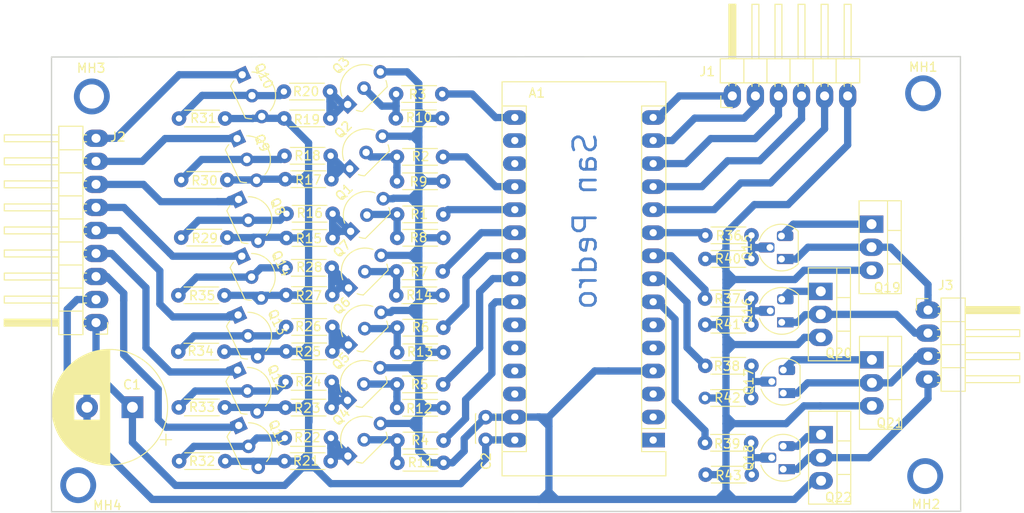
<source format=kicad_pcb>
(kicad_pcb (version 20171130) (host pcbnew "(5.1.4)-1")
  (layers (0 F.Cu signal) (31 B.Cu signal) (34 B.Paste user) (35 F.Paste user) (36 B.SilkS user) (37 F.SilkS user) (38 B.Mask user) (39 F.Mask user) (44 Edge.Cuts user))
  (net 0 "")
  (net 1 VIN)
  (net 2 GND)
  (net 3 dig1)
  (net 4 dig2)
  (net 5 dig3)
  (net 6 dig4)
  (net 7 "Net-(Q1-Pad2)")
  (net 8 "Net-(Q2-Pad2)")
  (net 9 "Net-(Q3-Pad2)")
  (net 10 "Net-(Q4-Pad2)")
  (net 11 "Net-(Q5-Pad2)")
  (net 12 "Net-(Q6-Pad2)")
  (net 13 "Net-(Q7-Pad2)")
  (net 14 "Net-(A1-Pad11)")
  (net 15 "Net-(A1-Pad12)")
  (net 16 "Net-(A1-Pad13)")
  (net 17 "Net-(A1-Pad14)")
  (net 18 "Net-(A1-Pad15)")
  (net 19 "Net-(Q1-Pad1)")
  (net 20 "Net-(Q2-Pad1)")
  (net 21 "Net-(Q3-Pad1)")
  (net 22 "Net-(Q4-Pad1)")
  (net 23 "Net-(Q5-Pad1)")
  (net 24 "Net-(Q6-Pad1)")
  (net 25 "Net-(Q7-Pad1)")
  (net 26 "Net-(Q15-Pad2)")
  (net 27 "Net-(Q15-Pad3)")
  (net 28 "Net-(Q16-Pad2)")
  (net 29 "Net-(Q16-Pad3)")
  (net 30 "Net-(Q17-Pad3)")
  (net 31 "Net-(Q17-Pad2)")
  (net 32 "Net-(Q18-Pad3)")
  (net 33 "Net-(Q18-Pad2)")
  (net 34 "Net-(Q8-Pad2)")
  (net 35 "Net-(Q9-Pad2)")
  (net 36 "Net-(Q10-Pad2)")
  (net 37 "Net-(Q11-Pad2)")
  (net 38 "Net-(Q12-Pad2)")
  (net 39 "Net-(Q13-Pad2)")
  (net 40 "Net-(Q14-Pad2)")
  (net 41 "Net-(J2-Pad5)")
  (net 42 "Net-(J2-Pad6)")
  (net 43 "Net-(J2-Pad7)")
  (net 44 "Net-(J2-Pad8)")
  (net 45 "Net-(J2-Pad9)")
  (net 46 out_b)
  (net 47 out_a)
  (net 48 out_g)
  (net 49 out_f)
  (net 50 out_e)
  (net 51 out_d)
  (net 52 out_c)
  (net 53 "Net-(J2-Pad3)")
  (net 54 "Net-(J2-Pad4)")
  (net 55 "Net-(J3-Pad1)")
  (net 56 "Net-(J3-Pad2)")
  (net 57 "Net-(J3-Pad3)")
  (net 58 "Net-(J3-Pad4)")
  (net 59 "Net-(A1-Pad1)")
  (net 60 "Net-(A1-Pad17)")
  (net 61 "Net-(A1-Pad2)")
  (net 62 "Net-(A1-Pad18)")
  (net 63 "Net-(A1-Pad3)")
  (net 64 "Net-(A1-Pad5)")
  (net 65 "Net-(A1-Pad6)")
  (net 66 "Net-(A1-Pad25)")
  (net 67 "Net-(A1-Pad26)")
  (net 68 "Net-(A1-Pad27)")
  (net 69 "Net-(A1-Pad28)")
  (module Package_TO_SOT_THT:TO-220-3_Vertical (layer F.Cu) (at 193.61 105.49 270)
    (fp_text reference Q21 (at 6.97 -1.98) (layer F.SilkS))
    (fp_text value TIP41C)
    (pad 3 thru_hole oval (at 5.08 0 270) (size 1.905 2.6) (drill 1.1) (layers *.Cu *.Mask) (net 2 GND))
    (pad 2 thru_hole oval (at 2.54 0 270) (size 1.905 2.6) (drill 1.1) (layers *.Cu *.Mask) (net 57 "Net-(J3-Pad3)"))
    (pad 1 thru_hole rect (at 0 0 270) (size 1.905 2.6) (drill 1.1) (layers *.Cu *.Mask) (net 30 "Net-(Q17-Pad3)"))
  )
  (module Module:Arduino_Nano_WithMountingHoles (layer F.Cu) (at 169.52 114.34 180)
    (fp_text reference A1 (at 12.81 38.27 180) (layer F.SilkS))
    (fp_text value Arduino_Nano_v3.x)
    (pad 1 thru_hole rect (at 0 0 180) (size 2.6 1.6) (drill 0.8) (layers *.Cu *.Mask) (net 59 "Net-(A1-Pad1)"))
    (pad 17 thru_hole oval (at 15.24 33.02 180) (size 2.6 1.6) (drill 0.8) (layers *.Cu *.Mask) (net 60 "Net-(A1-Pad17)"))
    (pad 2 thru_hole oval (at 0 2.54 180) (size 2.6 1.6) (drill 0.8) (layers *.Cu *.Mask) (net 61 "Net-(A1-Pad2)"))
    (pad 18 thru_hole oval (at 15.24 30.48 180) (size 2.6 1.6) (drill 0.8) (layers *.Cu *.Mask) (net 62 "Net-(A1-Pad18)"))
    (pad 3 thru_hole oval (at 0 5.08 180) (size 2.6 1.6) (drill 0.8) (layers *.Cu *.Mask) (net 63 "Net-(A1-Pad3)"))
    (pad 19 thru_hole oval (at 15.24 27.94 180) (size 2.6 1.6) (drill 0.8) (layers *.Cu *.Mask) (net 49 out_f))
    (pad 4 thru_hole oval (at 0 7.62 180) (size 2.6 1.6) (drill 0.8) (layers *.Cu *.Mask) (net 2 GND))
    (pad 20 thru_hole oval (at 15.24 25.4 180) (size 2.6 1.6) (drill 0.8) (layers *.Cu *.Mask) (net 50 out_e))
    (pad 5 thru_hole oval (at 0 10.16 180) (size 2.6 1.6) (drill 0.8) (layers *.Cu *.Mask) (net 64 "Net-(A1-Pad5)"))
    (pad 21 thru_hole oval (at 15.24 22.86 180) (size 2.6 1.6) (drill 0.8) (layers *.Cu *.Mask) (net 51 out_d))
    (pad 6 thru_hole oval (at 0 12.7 180) (size 2.6 1.6) (drill 0.8) (layers *.Cu *.Mask) (net 65 "Net-(A1-Pad6)"))
    (pad 22 thru_hole oval (at 15.24 20.32 180) (size 2.6 1.6) (drill 0.8) (layers *.Cu *.Mask) (net 52 out_c))
    (pad 7 thru_hole oval (at 0 15.24 180) (size 2.6 1.6) (drill 0.8) (layers *.Cu *.Mask) (net 6 dig4))
    (pad 23 thru_hole oval (at 15.24 17.78 180) (size 2.6 1.6) (drill 0.8) (layers *.Cu *.Mask) (net 46 out_b))
    (pad 8 thru_hole oval (at 0 17.78 180) (size 2.6 1.6) (drill 0.8) (layers *.Cu *.Mask) (net 5 dig3))
    (pad 24 thru_hole oval (at 15.24 15.24 180) (size 2.6 1.6) (drill 0.8) (layers *.Cu *.Mask) (net 47 out_a))
    (pad 9 thru_hole oval (at 0 20.32 180) (size 2.6 1.6) (drill 0.8) (layers *.Cu *.Mask) (net 4 dig2))
    (pad 25 thru_hole oval (at 15.24 12.7 180) (size 2.6 1.6) (drill 0.8) (layers *.Cu *.Mask) (net 66 "Net-(A1-Pad25)"))
    (pad 10 thru_hole oval (at 0 22.86 180) (size 2.6 1.6) (drill 0.8) (layers *.Cu *.Mask) (net 3 dig1))
    (pad 26 thru_hole oval (at 15.24 10.16 180) (size 2.6 1.6) (drill 0.8) (layers *.Cu *.Mask) (net 67 "Net-(A1-Pad26)"))
    (pad 11 thru_hole oval (at 0 25.4 180) (size 2.4 1.6) (drill 0.8) (layers *.Cu *.Mask) (net 14 "Net-(A1-Pad11)"))
    (pad 27 thru_hole oval (at 15.24 7.62 180) (size 2.6 1.6) (drill 0.8) (layers *.Cu *.Mask) (net 68 "Net-(A1-Pad27)"))
    (pad 12 thru_hole oval (at 0 27.94 180) (size 2.6 1.6) (drill 0.8) (layers *.Cu *.Mask) (net 15 "Net-(A1-Pad12)"))
    (pad 28 thru_hole oval (at 15.24 5.08 180) (size 2.6 1.6) (drill 0.8) (layers *.Cu *.Mask) (net 69 "Net-(A1-Pad28)"))
    (pad 13 thru_hole oval (at 0 30.48 180) (size 2.6 1.6) (drill 0.8) (layers *.Cu *.Mask) (net 16 "Net-(A1-Pad13)"))
    (pad 29 thru_hole oval (at 15.24 2.54 180) (size 2.6 1.6) (drill 0.8) (layers *.Cu *.Mask) (net 2 GND))
    (pad 14 thru_hole oval (at 0 33.02 180) (size 2.6 1.6) (drill 0.8) (layers *.Cu *.Mask) (net 17 "Net-(A1-Pad14)"))
    (pad 30 thru_hole oval (at 15.24 0 180) (size 2.6 1.6) (drill 0.8) (layers *.Cu *.Mask) (net 1 VIN))
    (pad 15 thru_hole oval (at 0 35.56 180) (size 2.6 1.6) (drill 0.8) (layers *.Cu *.Mask) (net 18 "Net-(A1-Pad15)"))
    (pad 16 thru_hole oval (at 15.24 35.56 180) (size 2.6 1.6) (drill 0.8) (layers *.Cu *.Mask) (net 48 out_g))
    (pad "" np_thru_hole circle (at 0 -2.54 180) (size 1.78 1.78) (drill 1.78) (layers *.Cu *.Mask))
    (pad "" np_thru_hole circle (at 15.24 -2.54 180) (size 1.78 1.78) (drill 1.78) (layers *.Cu *.Mask))
    (pad "" np_thru_hole circle (at 15.24 38.1 180) (size 1.78 1.78) (drill 1.78) (layers *.Cu *.Mask))
    (pad "" np_thru_hole circle (at 0 38.1 180) (size 1.78 1.78) (drill 1.78) (layers *.Cu *.Mask))
  )
  (module Resistor_THT:R_Axial_DIN0204_L3.6mm_D1.6mm_P5.08mm_Horizontal (layer F.Cu) (at 141.35 114.39)
    (fp_text reference R4 (at 2.5 -0.02) (layer F.SilkS))
    (fp_text value 47k)
    (pad 2 thru_hole circle (at 5.08 0) (size 1.6 1.6) (drill 0.7) (layers *.Cu *.Mask) (net 47 out_a))
    (pad 1 thru_hole circle (at 0 0) (size 1.6 1.6) (drill 0.7) (layers *.Cu *.Mask) (net 10 "Net-(Q4-Pad2)"))
  )
  (module Resistor_THT:R_Axial_DIN0204_L3.6mm_D1.6mm_P5.08mm_Horizontal (layer F.Cu) (at 141.32 89.46)
    (fp_text reference R1 (at 2.44 -0.01) (layer F.SilkS))
    (fp_text value 47k)
    (pad 1 thru_hole circle (at 0 0) (size 1.6 1.6) (drill 0.7) (layers *.Cu *.Mask) (net 7 "Net-(Q1-Pad2)"))
    (pad 2 thru_hole circle (at 5.08 0) (size 1.6 1.6) (drill 0.7) (layers *.Cu *.Mask) (net 50 out_e))
  )
  (module Resistor_THT:R_Axial_DIN0204_L3.6mm_D1.6mm_P5.08mm_Horizontal (layer F.Cu) (at 141.3 83.12)
    (fp_text reference R2 (at 2.6 -0.05) (layer F.SilkS))
    (fp_text value 47k)
    (pad 2 thru_hole circle (at 5.08 0) (size 1.6 1.6) (drill 0.7) (layers *.Cu *.Mask) (net 49 out_f))
    (pad 1 thru_hole circle (at 0 0) (size 1.6 1.6) (drill 0.7) (layers *.Cu *.Mask) (net 8 "Net-(Q2-Pad2)"))
  )
  (module Resistor_THT:R_Axial_DIN0204_L3.6mm_D1.6mm_P5.08mm_Horizontal (layer F.Cu) (at 141.21 76.19)
    (fp_text reference R3 (at 2.36 0.04) (layer F.SilkS))
    (fp_text value 47k)
    (pad 1 thru_hole circle (at 0 0) (size 1.6 1.6) (drill 0.7) (layers *.Cu *.Mask) (net 9 "Net-(Q3-Pad2)"))
    (pad 2 thru_hole circle (at 5.08 0) (size 1.6 1.6) (drill 0.7) (layers *.Cu *.Mask) (net 48 out_g))
  )
  (module Resistor_THT:R_Axial_DIN0204_L3.6mm_D1.6mm_P5.08mm_Horizontal (layer F.Cu) (at 141.3 108.2)
    (fp_text reference R5 (at 2.51 0.01) (layer F.SilkS))
    (fp_text value 47k)
    (pad 2 thru_hole circle (at 5.08 0) (size 1.6 1.6) (drill 0.7) (layers *.Cu *.Mask) (net 46 out_b))
    (pad 1 thru_hole circle (at 0 0) (size 1.6 1.6) (drill 0.7) (layers *.Cu *.Mask) (net 11 "Net-(Q5-Pad2)"))
  )
  (module Resistor_THT:R_Axial_DIN0204_L3.6mm_D1.6mm_P5.08mm_Horizontal (layer F.Cu) (at 141.33 101.95)
    (fp_text reference R6 (at 2.57 -0.04) (layer F.SilkS))
    (fp_text value 47k)
    (pad 1 thru_hole circle (at 0 0) (size 1.6 1.6) (drill 0.7) (layers *.Cu *.Mask) (net 12 "Net-(Q6-Pad2)"))
    (pad 2 thru_hole circle (at 5.08 0) (size 1.6 1.6) (drill 0.7) (layers *.Cu *.Mask) (net 52 out_c))
  )
  (module Resistor_THT:R_Axial_DIN0204_L3.6mm_D1.6mm_P5.08mm_Horizontal (layer F.Cu) (at 141.26 95.74)
    (fp_text reference R7 (at 2.5 0.05) (layer F.SilkS))
    (fp_text value 47k)
    (pad 1 thru_hole circle (at 0 0) (size 1.6 1.6) (drill 0.7) (layers *.Cu *.Mask) (net 13 "Net-(Q7-Pad2)"))
    (pad 2 thru_hole circle (at 5.08 0) (size 1.6 1.6) (drill 0.7) (layers *.Cu *.Mask) (net 51 out_d))
  )
  (module Resistor_THT:R_Axial_DIN0204_L3.6mm_D1.6mm_P5.08mm_Horizontal (layer F.Cu) (at 146.41 92.04 180)
    (fp_text reference R8 (at 2.73 0.02 180) (layer F.SilkS))
    (fp_text value 82k)
    (pad 2 thru_hole circle (at 5.08 0 180) (size 1.6 1.6) (drill 0.7) (layers *.Cu *.Mask) (net 7 "Net-(Q1-Pad2)"))
    (pad 1 thru_hole circle (at 0 0 180) (size 1.6 1.6) (drill 0.7) (layers *.Cu *.Mask) (net 2 GND))
  )
  (module Resistor_THT:R_Axial_DIN0204_L3.6mm_D1.6mm_P5.08mm_Horizontal (layer F.Cu) (at 146.39 85.81 180)
    (fp_text reference R9 (at 2.71 -0.05 180) (layer F.SilkS))
    (fp_text value 82k)
    (pad 1 thru_hole circle (at 0 0 180) (size 1.6 1.6) (drill 0.7) (layers *.Cu *.Mask) (net 2 GND))
    (pad 2 thru_hole circle (at 5.08 0 180) (size 1.6 1.6) (drill 0.7) (layers *.Cu *.Mask) (net 8 "Net-(Q2-Pad2)"))
  )
  (module Resistor_THT:R_Axial_DIN0204_L3.6mm_D1.6mm_P5.08mm_Horizontal (layer F.Cu) (at 146.26 78.87 180)
    (fp_text reference R10 (at 2.53 0.09 180) (layer F.SilkS))
    (fp_text value 82k)
    (pad 2 thru_hole circle (at 5.08 0 180) (size 1.6 1.6) (drill 0.7) (layers *.Cu *.Mask) (net 9 "Net-(Q3-Pad2)"))
    (pad 1 thru_hole circle (at 0 0 180) (size 1.6 1.6) (drill 0.7) (layers *.Cu *.Mask) (net 2 GND))
  )
  (module Resistor_THT:R_Axial_DIN0204_L3.6mm_D1.6mm_P5.08mm_Horizontal (layer F.Cu) (at 146.43 116.84 180)
    (fp_text reference R11 (at 2.49 0.03 180) (layer F.SilkS))
    (fp_text value 82k)
    (pad 1 thru_hole circle (at 0 0 180) (size 1.6 1.6) (drill 0.7) (layers *.Cu *.Mask) (net 2 GND))
    (pad 2 thru_hole circle (at 5.08 0 180) (size 1.6 1.6) (drill 0.7) (layers *.Cu *.Mask) (net 10 "Net-(Q4-Pad2)"))
  )
  (module Resistor_THT:R_Axial_DIN0204_L3.6mm_D1.6mm_P5.08mm_Horizontal (layer F.Cu) (at 146.4 110.78 180)
    (fp_text reference R12 (at 2.64 -0.09 180) (layer F.SilkS))
    (fp_text value 82k)
    (pad 1 thru_hole circle (at 0 0 180) (size 1.6 1.6) (drill 0.7) (layers *.Cu *.Mask) (net 2 GND))
    (pad 2 thru_hole circle (at 5.08 0 180) (size 1.6 1.6) (drill 0.7) (layers *.Cu *.Mask) (net 11 "Net-(Q5-Pad2)"))
  )
  (module Resistor_THT:R_Axial_DIN0204_L3.6mm_D1.6mm_P5.08mm_Horizontal (layer F.Cu) (at 146.41 104.66 180)
    (fp_text reference R13 (at 2.56 0.04 180) (layer F.SilkS))
    (fp_text value 82k)
    (pad 2 thru_hole circle (at 5.08 0 180) (size 1.6 1.6) (drill 0.7) (layers *.Cu *.Mask) (net 12 "Net-(Q6-Pad2)"))
    (pad 1 thru_hole circle (at 0 0 180) (size 1.6 1.6) (drill 0.7) (layers *.Cu *.Mask) (net 2 GND))
  )
  (module Resistor_THT:R_Axial_DIN0204_L3.6mm_D1.6mm_P5.08mm_Horizontal (layer F.Cu) (at 146.31 98.38 180)
    (fp_text reference R14 (at 2.55 0.02 180) (layer F.SilkS))
    (fp_text value 82k)
    (pad 2 thru_hole circle (at 5.08 0 180) (size 1.6 1.6) (drill 0.7) (layers *.Cu *.Mask) (net 13 "Net-(Q7-Pad2)"))
    (pad 1 thru_hole circle (at 0 0 180) (size 1.6 1.6) (drill 0.7) (layers *.Cu *.Mask) (net 2 GND))
  )
  (module Resistor_THT:R_Axial_DIN0204_L3.6mm_D1.6mm_P5.08mm_Horizontal (layer F.Cu) (at 134.21 92.06 180)
    (fp_text reference R15 (at 2.61 -0.06 180) (layer F.SilkS))
    (fp_text value 82k)
    (pad 2 thru_hole circle (at 5.08 0 180) (size 1.6 1.6) (drill 0.7) (layers *.Cu *.Mask) (net 1 VIN))
    (pad 1 thru_hole circle (at 0 0 180) (size 1.6 1.6) (drill 0.7) (layers *.Cu *.Mask) (net 19 "Net-(Q1-Pad1)"))
  )
  (module Resistor_THT:R_Axial_DIN0204_L3.6mm_D1.6mm_P5.08mm_Horizontal (layer F.Cu) (at 129.14 89.39)
    (fp_text reference R16 (at 2.56 -0.07) (layer F.SilkS))
    (fp_text value 10k)
    (pad 2 thru_hole circle (at 5.08 0) (size 1.6 1.6) (drill 0.7) (layers *.Cu *.Mask) (net 19 "Net-(Q1-Pad1)"))
    (pad 1 thru_hole circle (at 0 0) (size 1.6 1.6) (drill 0.7) (layers *.Cu *.Mask) (net 34 "Net-(Q8-Pad2)"))
  )
  (module Resistor_THT:R_Axial_DIN0204_L3.6mm_D1.6mm_P5.08mm_Horizontal (layer F.Cu) (at 134.08 85.58 180)
    (fp_text reference R17 (at 2.54 -0.07 180) (layer F.SilkS))
    (fp_text value 82k)
    (pad 2 thru_hole circle (at 5.08 0 180) (size 1.6 1.6) (drill 0.7) (layers *.Cu *.Mask) (net 1 VIN))
    (pad 1 thru_hole circle (at 0 0 180) (size 1.6 1.6) (drill 0.7) (layers *.Cu *.Mask) (net 20 "Net-(Q2-Pad1)"))
  )
  (module Resistor_THT:R_Axial_DIN0204_L3.6mm_D1.6mm_P5.08mm_Horizontal (layer F.Cu) (at 128.92 83)
    (fp_text reference R18 (at 2.53 -0.01) (layer F.SilkS))
    (fp_text value 10k)
    (pad 1 thru_hole circle (at 0 0) (size 1.6 1.6) (drill 0.7) (layers *.Cu *.Mask) (net 35 "Net-(Q9-Pad2)"))
    (pad 2 thru_hole circle (at 5.08 0) (size 1.6 1.6) (drill 0.7) (layers *.Cu *.Mask) (net 20 "Net-(Q2-Pad1)"))
  )
  (module Resistor_THT:R_Axial_DIN0204_L3.6mm_D1.6mm_P5.08mm_Horizontal (layer F.Cu) (at 133.96 78.88 180)
    (fp_text reference R19 (at 2.58 -0.13 180) (layer F.SilkS))
    (fp_text value 82k)
    (pad 1 thru_hole circle (at 0 0 180) (size 1.6 1.6) (drill 0.7) (layers *.Cu *.Mask) (net 21 "Net-(Q3-Pad1)"))
    (pad 2 thru_hole circle (at 5.08 0 180) (size 1.6 1.6) (drill 0.7) (layers *.Cu *.Mask) (net 1 VIN))
  )
  (module Resistor_THT:R_Axial_DIN0204_L3.6mm_D1.6mm_P5.08mm_Horizontal (layer F.Cu) (at 128.85 75.92)
    (fp_text reference R20 (at 2.44 -0.01) (layer F.SilkS))
    (fp_text value 10k)
    (pad 1 thru_hole circle (at 0 0) (size 1.6 1.6) (drill 0.7) (layers *.Cu *.Mask) (net 36 "Net-(Q10-Pad2)"))
    (pad 2 thru_hole circle (at 5.08 0) (size 1.6 1.6) (drill 0.7) (layers *.Cu *.Mask) (net 21 "Net-(Q3-Pad1)"))
  )
  (module Resistor_THT:R_Axial_DIN0204_L3.6mm_D1.6mm_P5.08mm_Horizontal (layer F.Cu) (at 134 116.66 180)
    (fp_text reference R21 (at 2.7 0.03 180) (layer F.SilkS))
    (fp_text value 82k)
    (pad 1 thru_hole circle (at 0 0 180) (size 1.6 1.6) (drill 0.7) (layers *.Cu *.Mask) (net 22 "Net-(Q4-Pad1)"))
    (pad 2 thru_hole circle (at 5.08 0 180) (size 1.6 1.6) (drill 0.7) (layers *.Cu *.Mask) (net 1 VIN))
  )
  (module Resistor_THT:R_Axial_DIN0204_L3.6mm_D1.6mm_P5.08mm_Horizontal (layer F.Cu) (at 128.95 114.11)
    (fp_text reference R22 (at 2.48 -0.05) (layer F.SilkS))
    (fp_text value 10k)
    (pad 2 thru_hole circle (at 5.08 0) (size 1.6 1.6) (drill 0.7) (layers *.Cu *.Mask) (net 22 "Net-(Q4-Pad1)"))
    (pad 1 thru_hole circle (at 0 0) (size 1.6 1.6) (drill 0.7) (layers *.Cu *.Mask) (net 37 "Net-(Q11-Pad2)"))
  )
  (module Capacitor_THT:C_Disc_D3.0mm_W2.0mm_P2.50mm (layer F.Cu) (at 151.07 111.82 270)
    (fp_text reference C2 (at 4.84 -0.06 270) (layer F.SilkS))
    (fp_text value 100n)
    (pad 1 thru_hole circle (at 0 0 270) (size 1.6 1.6) (drill 0.8) (layers *.Cu *.Mask) (net 2 GND))
    (pad 2 thru_hole circle (at 2.5 0 270) (size 1.6 1.6) (drill 0.8) (layers *.Cu *.Mask) (net 1 VIN))
  )
  (module Package_TO_SOT_THT:TO-220-3_Vertical (layer F.Cu) (at 193.57 90.54 270)
    (fp_text reference Q19 (at 6.99 -1.73) (layer F.SilkS))
    (fp_text value TIP41C)
    (pad 1 thru_hole rect (at 0 0 270) (size 1.905 2.6) (drill 1.1) (layers *.Cu *.Mask) (net 27 "Net-(Q15-Pad3)"))
    (pad 2 thru_hole oval (at 2.54 0 270) (size 1.905 2.6) (drill 1.1) (layers *.Cu *.Mask) (net 55 "Net-(J3-Pad1)"))
    (pad 3 thru_hole oval (at 5.08 0 270) (size 1.905 2.6) (drill 1.1) (layers *.Cu *.Mask) (net 2 GND))
  )
  (module Package_TO_SOT_THT:TO-220-3_Vertical (layer F.Cu) (at 187.98 97.94 270)
    (fp_text reference Q20 (at 6.81 -1.98) (layer F.SilkS))
    (fp_text value TIP41C)
    (pad 3 thru_hole oval (at 5.08 0 270) (size 1.905 2.6) (drill 1.1) (layers *.Cu *.Mask) (net 2 GND))
    (pad 2 thru_hole oval (at 2.54 0 270) (size 1.905 2.6) (drill 1.1) (layers *.Cu *.Mask) (net 56 "Net-(J3-Pad2)"))
    (pad 1 thru_hole rect (at 0 0 270) (size 1.905 2.6) (drill 1.1) (layers *.Cu *.Mask) (net 29 "Net-(Q16-Pad3)"))
  )
  (module Package_TO_SOT_THT:TO-220-3_Vertical (layer F.Cu) (at 188.01 113.74 270)
    (fp_text reference Q22 (at 6.92 -1.91) (layer F.SilkS))
    (fp_text value TIP41C)
    (pad 1 thru_hole rect (at 0 0 270) (size 1.905 2.6) (drill 1.1) (layers *.Cu *.Mask) (net 32 "Net-(Q18-Pad3)"))
    (pad 2 thru_hole oval (at 2.54 0 270) (size 1.905 2.6) (drill 1.1) (layers *.Cu *.Mask) (net 58 "Net-(J3-Pad4)"))
    (pad 3 thru_hole oval (at 5.08 0 270) (size 1.905 2.6) (drill 1.1) (layers *.Cu *.Mask) (net 2 GND))
  )
  (module Resistor_THT:R_Axial_DIN0204_L3.6mm_D1.6mm_P5.08mm_Horizontal (layer F.Cu) (at 134.1 110.76 180)
    (fp_text reference R23 (at 2.67 -0.05 180) (layer F.SilkS))
    (fp_text value 82k)
    (pad 1 thru_hole circle (at 0 0 180) (size 1.6 1.6) (drill 0.7) (layers *.Cu *.Mask) (net 23 "Net-(Q5-Pad1)"))
    (pad 2 thru_hole circle (at 5.08 0 180) (size 1.6 1.6) (drill 0.7) (layers *.Cu *.Mask) (net 1 VIN))
  )
  (module Resistor_THT:R_Axial_DIN0204_L3.6mm_D1.6mm_P5.08mm_Horizontal (layer F.Cu) (at 129.04 107.93)
    (fp_text reference R24 (at 2.5 -0.04) (layer F.SilkS))
    (fp_text value 10k)
    (pad 1 thru_hole circle (at 0 0) (size 1.6 1.6) (drill 0.7) (layers *.Cu *.Mask) (net 38 "Net-(Q12-Pad2)"))
    (pad 2 thru_hole circle (at 5.08 0) (size 1.6 1.6) (drill 0.7) (layers *.Cu *.Mask) (net 23 "Net-(Q5-Pad1)"))
  )
  (module Resistor_THT:R_Axial_DIN0204_L3.6mm_D1.6mm_P5.08mm_Horizontal (layer F.Cu) (at 134.18 104.56 180)
    (fp_text reference R25 (at 2.69 -0.03 180) (layer F.SilkS))
    (fp_text value 82k)
    (pad 1 thru_hole circle (at 0 0 180) (size 1.6 1.6) (drill 0.7) (layers *.Cu *.Mask) (net 24 "Net-(Q6-Pad1)"))
    (pad 2 thru_hole circle (at 5.08 0 180) (size 1.6 1.6) (drill 0.7) (layers *.Cu *.Mask) (net 1 VIN))
  )
  (module Resistor_THT:R_Axial_DIN0204_L3.6mm_D1.6mm_P5.08mm_Horizontal (layer F.Cu) (at 129.1 101.87)
    (fp_text reference R26 (at 2.44 -0.05) (layer F.SilkS))
    (fp_text value 10k)
    (pad 2 thru_hole circle (at 5.08 0) (size 1.6 1.6) (drill 0.7) (layers *.Cu *.Mask) (net 24 "Net-(Q6-Pad1)"))
    (pad 1 thru_hole circle (at 0 0) (size 1.6 1.6) (drill 0.7) (layers *.Cu *.Mask) (net 39 "Net-(Q13-Pad2)"))
  )
  (module Resistor_THT:R_Axial_DIN0204_L3.6mm_D1.6mm_P5.08mm_Horizontal (layer F.Cu) (at 134.17 98.35 180)
    (fp_text reference R27 (at 2.58 -0.07 180) (layer F.SilkS))
    (fp_text value 82k)
    (pad 2 thru_hole circle (at 5.08 0 180) (size 1.6 1.6) (drill 0.7) (layers *.Cu *.Mask) (net 1 VIN))
    (pad 1 thru_hole circle (at 0 0 180) (size 1.6 1.6) (drill 0.7) (layers *.Cu *.Mask) (net 25 "Net-(Q7-Pad1)"))
  )
  (module Resistor_THT:R_Axial_DIN0204_L3.6mm_D1.6mm_P5.08mm_Horizontal (layer F.Cu) (at 129.04 95.35)
    (fp_text reference R28 (at 2.61 -0.07) (layer F.SilkS))
    (fp_text value 10k)
    (pad 1 thru_hole circle (at 0 0) (size 1.6 1.6) (drill 0.7) (layers *.Cu *.Mask) (net 40 "Net-(Q14-Pad2)"))
    (pad 2 thru_hole circle (at 5.08 0) (size 1.6 1.6) (drill 0.7) (layers *.Cu *.Mask) (net 25 "Net-(Q7-Pad1)"))
  )
  (module Resistor_THT:R_Axial_DIN0204_L3.6mm_D1.6mm_P5.08mm_Horizontal (layer F.Cu) (at 117.54 92.02)
    (fp_text reference R29 (at 2.59 0.07) (layer F.SilkS))
    (fp_text value 100k)
    (pad 2 thru_hole circle (at 5.08 0) (size 1.6 1.6) (drill 0.7) (layers *.Cu *.Mask) (net 1 VIN))
    (pad 1 thru_hole circle (at 0 0) (size 1.6 1.6) (drill 0.7) (layers *.Cu *.Mask) (net 34 "Net-(Q8-Pad2)"))
  )
  (module Resistor_THT:R_Axial_DIN0204_L3.6mm_D1.6mm_P5.08mm_Horizontal (layer F.Cu) (at 117.54 85.66)
    (fp_text reference R30 (at 2.57 0.08) (layer F.SilkS))
    (fp_text value 100k)
    (pad 1 thru_hole circle (at 0 0) (size 1.6 1.6) (drill 0.7) (layers *.Cu *.Mask) (net 35 "Net-(Q9-Pad2)"))
    (pad 2 thru_hole circle (at 5.08 0) (size 1.6 1.6) (drill 0.7) (layers *.Cu *.Mask) (net 1 VIN))
  )
  (module Resistor_THT:R_Axial_DIN0204_L3.6mm_D1.6mm_P5.08mm_Horizontal (layer F.Cu) (at 117.3 78.89)
    (fp_text reference R31 (at 2.68 -0.03) (layer F.SilkS))
    (fp_text value 100k)
    (pad 2 thru_hole circle (at 5.08 0) (size 1.6 1.6) (drill 0.7) (layers *.Cu *.Mask) (net 1 VIN))
    (pad 1 thru_hole circle (at 0 0) (size 1.6 1.6) (drill 0.7) (layers *.Cu *.Mask) (net 36 "Net-(Q10-Pad2)"))
  )
  (module Resistor_THT:R_Axial_DIN0204_L3.6mm_D1.6mm_P5.08mm_Horizontal (layer F.Cu) (at 117.31 116.66)
    (fp_text reference R32 (at 2.53 0.01) (layer F.SilkS))
    (fp_text value 100k)
    (pad 2 thru_hole circle (at 5.08 0) (size 1.6 1.6) (drill 0.7) (layers *.Cu *.Mask) (net 1 VIN))
    (pad 1 thru_hole circle (at 0 0) (size 1.6 1.6) (drill 0.7) (layers *.Cu *.Mask) (net 37 "Net-(Q11-Pad2)"))
  )
  (module Resistor_THT:R_Axial_DIN0204_L3.6mm_D1.6mm_P5.08mm_Horizontal (layer F.Cu) (at 117.27 110.74)
    (fp_text reference R33 (at 2.57 -0.03) (layer F.SilkS))
    (fp_text value 100k)
    (pad 2 thru_hole circle (at 5.08 0) (size 1.6 1.6) (drill 0.7) (layers *.Cu *.Mask) (net 1 VIN))
    (pad 1 thru_hole circle (at 0 0) (size 1.6 1.6) (drill 0.7) (layers *.Cu *.Mask) (net 38 "Net-(Q12-Pad2)"))
  )
  (module Resistor_THT:R_Axial_DIN0204_L3.6mm_D1.6mm_P5.08mm_Horizontal (layer F.Cu) (at 117.22 104.59)
    (fp_text reference R34 (at 2.46 -0.06) (layer F.SilkS))
    (fp_text value 100k)
    (pad 1 thru_hole circle (at 0 0) (size 1.6 1.6) (drill 0.7) (layers *.Cu *.Mask) (net 39 "Net-(Q13-Pad2)"))
    (pad 2 thru_hole circle (at 5.08 0) (size 1.6 1.6) (drill 0.7) (layers *.Cu *.Mask) (net 1 VIN))
  )
  (module Resistor_THT:R_Axial_DIN0204_L3.6mm_D1.6mm_P5.08mm_Horizontal (layer F.Cu) (at 117.23 98.38)
    (fp_text reference R35 (at 2.61 0.04) (layer F.SilkS))
    (fp_text value 100k)
    (pad 1 thru_hole circle (at 0 0) (size 1.6 1.6) (drill 0.7) (layers *.Cu *.Mask) (net 40 "Net-(Q14-Pad2)"))
    (pad 2 thru_hole circle (at 5.08 0) (size 1.6 1.6) (drill 0.7) (layers *.Cu *.Mask) (net 1 VIN))
  )
  (module Resistor_THT:R_Axial_DIN0204_L3.6mm_D1.6mm_P5.08mm_Horizontal (layer F.Cu) (at 180.35 91.77 180)
    (fp_text reference R36 (at 2.5 -0.04 180) (layer F.SilkS))
    (fp_text value 5.6k)
    (pad 2 thru_hole circle (at 5.08 0 180) (size 1.6 1.6) (drill 0.7) (layers *.Cu *.Mask) (net 3 dig1))
    (pad 1 thru_hole circle (at 0 0 180) (size 1.6 1.6) (drill 0.7) (layers *.Cu *.Mask) (net 26 "Net-(Q15-Pad2)"))
  )
  (module Resistor_THT:R_Axial_DIN0204_L3.6mm_D1.6mm_P5.08mm_Horizontal (layer F.Cu) (at 180.31 98.74 180)
    (fp_text reference R37 (at 2.61 -0.03 180) (layer F.SilkS))
    (fp_text value 5.6k)
    (pad 1 thru_hole circle (at 0 0 180) (size 1.6 1.6) (drill 0.7) (layers *.Cu *.Mask) (net 28 "Net-(Q16-Pad2)"))
    (pad 2 thru_hole circle (at 5.08 0 180) (size 1.6 1.6) (drill 0.7) (layers *.Cu *.Mask) (net 4 dig2))
  )
  (module Resistor_THT:R_Axial_DIN0204_L3.6mm_D1.6mm_P5.08mm_Horizontal (layer F.Cu) (at 180.34 106.15 180)
    (fp_text reference R38 (at 2.7 -0.03 180) (layer F.SilkS))
    (fp_text value 5.6k)
    (pad 1 thru_hole circle (at 0 0 180) (size 1.6 1.6) (drill 0.7) (layers *.Cu *.Mask) (net 31 "Net-(Q17-Pad2)"))
    (pad 2 thru_hole circle (at 5.08 0 180) (size 1.6 1.6) (drill 0.7) (layers *.Cu *.Mask) (net 5 dig3))
  )
  (module Resistor_THT:R_Axial_DIN0204_L3.6mm_D1.6mm_P5.08mm_Horizontal (layer F.Cu) (at 180.31 114.64 180)
    (fp_text reference R39 (at 2.64 -0.11 180) (layer F.SilkS))
    (fp_text value 5.6k)
    (pad 1 thru_hole circle (at 0 0 180) (size 1.6 1.6) (drill 0.7) (layers *.Cu *.Mask) (net 33 "Net-(Q18-Pad2)"))
    (pad 2 thru_hole circle (at 5.08 0 180) (size 1.6 1.6) (drill 0.7) (layers *.Cu *.Mask) (net 6 dig4))
  )
  (module Resistor_THT:R_Axial_DIN0204_L3.6mm_D1.6mm_P5.08mm_Horizontal (layer F.Cu) (at 175.27 94.37)
    (fp_text reference R40 (at 2.49 -0.02) (layer F.SilkS))
    (fp_text value 47k)
    (pad 1 thru_hole circle (at 0 0) (size 1.6 1.6) (drill 0.7) (layers *.Cu *.Mask) (net 2 GND))
    (pad 2 thru_hole circle (at 5.08 0) (size 1.6 1.6) (drill 0.7) (layers *.Cu *.Mask) (net 26 "Net-(Q15-Pad2)"))
  )
  (module Resistor_THT:R_Axial_DIN0204_L3.6mm_D1.6mm_P5.08mm_Horizontal (layer F.Cu) (at 175.26 101.62)
    (fp_text reference R41 (at 2.47 -0.03) (layer F.SilkS))
    (fp_text value 47k)
    (pad 2 thru_hole circle (at 5.08 0) (size 1.6 1.6) (drill 0.7) (layers *.Cu *.Mask) (net 28 "Net-(Q16-Pad2)"))
    (pad 1 thru_hole circle (at 0 0) (size 1.6 1.6) (drill 0.7) (layers *.Cu *.Mask) (net 2 GND))
  )
  (module Resistor_THT:R_Axial_DIN0204_L3.6mm_D1.6mm_P5.08mm_Horizontal (layer F.Cu) (at 175.23 109.7)
    (fp_text reference R42 (at 2.47 -0.01) (layer F.SilkS))
    (fp_text value 47k)
    (pad 2 thru_hole circle (at 5.08 0) (size 1.6 1.6) (drill 0.7) (layers *.Cu *.Mask) (net 31 "Net-(Q17-Pad2)"))
    (pad 1 thru_hole circle (at 0 0) (size 1.4 1.4) (drill 0.7) (layers *.Cu *.Mask) (net 2 GND))
  )
  (module Resistor_THT:R_Axial_DIN0204_L3.6mm_D1.6mm_P5.08mm_Horizontal (layer F.Cu) (at 175.3 118.15)
    (fp_text reference R43 (at 2.52 0.09) (layer F.SilkS))
    (fp_text value 47k)
    (pad 2 thru_hole circle (at 5.08 0) (size 1.6 1.6) (drill 0.7) (layers *.Cu *.Mask) (net 33 "Net-(Q18-Pad2)"))
    (pad 1 thru_hole circle (at 0 0) (size 1.6 1.6) (drill 0.7) (layers *.Cu *.Mask) (net 2 GND))
  )
  (module Capacitor_THT:CP_Radial_D12.5mm_P5.00mm (layer F.Cu) (at 112.17 110.72 180)
    (fp_text reference C1 (at 0.06 2.49 180) (layer F.SilkS))
    (fp_text value 1000uF)
    (pad 1 thru_hole rect (at 0 0 180) (size 2.4 2.4) (drill 1.2) (layers *.Cu *.Mask) (net 1 VIN))
    (pad 2 thru_hole circle (at 5 0 180) (size 2.4 2.4) (drill 1.2) (layers *.Cu *.Mask) (net 2 GND))
  )
  (module Fiducial:Fiducial_Modern_CopperBottom (layer F.Cu) (at 199.25 76.11)
    (fp_text reference MH1 (at 0.01 -2.89) (layer F.SilkS))
    (fp_text value MountingHole)
    (fp_circle (center 0 0) (end 1.52908 0) (layer B.Cu) (width 0.381))
    (fp_circle (center 0 0) (end 1.7907 0) (layer B.Cu) (width 0.381))
  )
  (module Fiducial:Fiducial_Modern_CopperBottom (layer F.Cu) (at 199.48 118.31)
    (fp_text reference MH2 (at 0.08 3.11) (layer F.SilkS))
    (fp_text value MountingHole)
    (fp_circle (center 0 0) (end 1.52908 0) (layer B.Cu) (width 0.381))
    (fp_circle (center 0 0) (end 1.7907 0) (layer B.Cu) (width 0.381))
  )
  (module Fiducial:Fiducial_Modern_CopperBottom (layer F.Cu) (at 107.7 76.46)
    (fp_text reference MH3 (at -0.08 -3.12) (layer F.SilkS))
    (fp_text value MountingHole)
    (fp_circle (center 0 0) (end 1.7907 0) (layer B.Cu) (width 0.381))
    (fp_circle (center 0 0) (end 1.52908 0) (layer B.Cu) (width 0.381))
  )
  (module Fiducial:Fiducial_Modern_CopperBottom (layer F.Cu) (at 106.2 119.31)
    (fp_text reference MH4 (at 3.21 2.23) (layer F.SilkS))
    (fp_text value MountingHole)
    (fp_circle (center 0 0) (end 1.7907 0) (layer B.Cu) (width 0.381))
    (fp_circle (center 0 0) (end 1.52908 0) (layer B.Cu) (width 0.381))
  )
  (module Connector_PinHeader_2.54mm:PinHeader_1x09_P2.54mm_Horizontal (layer F.Cu) (at 108.16 101.39 180)
    (fp_text reference J2 (at -2.41 20.47 180) (layer F.SilkS))
    (fp_text value Conn_PowerAndOutputSegment)
    (pad 1 thru_hole oval (at 0 0 180) (size 2.7 1.9) (drill 1) (layers *.Cu *.Mask) (net 1 VIN))
    (pad 2 thru_hole oval (at 0 2.54 180) (size 2.7 1.9) (drill 1) (layers *.Cu *.Mask) (net 2 GND))
    (pad 3 thru_hole oval (at 0 5.08 180) (size 2.7 1.9) (drill 1) (layers *.Cu *.Mask) (net 53 "Net-(J2-Pad3)"))
    (pad 4 thru_hole oval (at 0 7.62 180) (size 2.7 1.9) (drill 1) (layers *.Cu *.Mask) (net 54 "Net-(J2-Pad4)"))
    (pad 5 thru_hole oval (at 0 10.16 180) (size 2.7 1.9) (drill 1) (layers *.Cu *.Mask) (net 41 "Net-(J2-Pad5)"))
    (pad 6 thru_hole oval (at 0 12.7 180) (size 2.7 1.9) (drill 1) (layers *.Cu *.Mask) (net 42 "Net-(J2-Pad6)"))
    (pad 7 thru_hole oval (at 0 15.24 180) (size 2.7 1.9) (drill 1) (layers *.Cu *.Mask) (net 43 "Net-(J2-Pad7)"))
    (pad 8 thru_hole oval (at 0 17.78 180) (size 2.7 1.9) (drill 1) (layers *.Cu *.Mask) (net 44 "Net-(J2-Pad8)"))
    (pad 9 thru_hole oval (at 0 20.32 180) (size 2.7 1.9) (drill 1) (layers *.Cu *.Mask) (net 45 "Net-(J2-Pad9)"))
  )
  (module Connector_PinHeader_2.54mm:PinHeader_1x06_P2.54mm_Horizontal (layer F.Cu) (at 178.24 76.4 90)
    (fp_text reference J1 (at 2.69 -2.76 180) (layer F.SilkS))
    (fp_text value ConnInputs)
    (pad 1 thru_hole oval (at 0 0 90) (size 2.7 1.9) (drill 1) (layers *.Cu *.Mask) (net 18 "Net-(A1-Pad15)"))
    (pad 2 thru_hole oval (at 0 2.54 90) (size 2.7 1.9) (drill 1) (layers *.Cu *.Mask) (net 17 "Net-(A1-Pad14)"))
    (pad 3 thru_hole oval (at 0 5.08 90) (size 2.7 1.9) (drill 1) (layers *.Cu *.Mask) (net 16 "Net-(A1-Pad13)"))
    (pad 4 thru_hole oval (at 0 7.62 90) (size 2.7 1.9) (drill 1) (layers *.Cu *.Mask) (net 15 "Net-(A1-Pad12)"))
    (pad 5 thru_hole oval (at 0 10.16 90) (size 2.7 1.9) (drill 1) (layers *.Cu *.Mask) (net 14 "Net-(A1-Pad11)"))
    (pad 6 thru_hole oval (at 0 12.7 90) (size 2.7 1.9) (drill 1) (layers *.Cu *.Mask) (net 2 GND))
  )
  (module Connector_PinHeader_2.54mm:PinHeader_1x04_P2.54mm_Horizontal (layer F.Cu) (at 199.79 100.01)
    (fp_text reference J3 (at 1.95 -2.73) (layer F.SilkS))
    (fp_text value ConnOutputs)
    (pad 1 thru_hole oval (at 0 0) (size 2.7 1.9) (drill 1) (layers *.Cu *.Mask) (net 55 "Net-(J3-Pad1)"))
    (pad 2 thru_hole oval (at 0 2.54) (size 2.7 1.9) (drill 1) (layers *.Cu *.Mask) (net 56 "Net-(J3-Pad2)"))
    (pad 3 thru_hole oval (at 0 5.08) (size 2.7 1.9) (drill 1) (layers *.Cu *.Mask) (net 57 "Net-(J3-Pad3)"))
    (pad 4 thru_hole oval (at 0 7.62) (size 2.7 1.9) (drill 1) (layers *.Cu *.Mask) (net 58 "Net-(J3-Pad4)"))
  )
  (module Package_TO_SOT_THT:TO-92L_Inline_Wide (layer F.Cu) (at 136.2 91.33 45)
    (fp_text reference Q1 (at 2.54 -3.56 45) (layer F.SilkS))
    (fp_text value BC548)
    (pad 1 thru_hole rect (at 0 0 135) (size 1.5 1.5) (drill 0.8) (layers *.Cu *.Mask) (net 19 "Net-(Q1-Pad1)"))
    (pad 3 thru_hole circle (at 5.08 0 135) (size 1.5 1.5) (drill 0.8) (layers *.Cu *.Mask) (net 2 GND))
    (pad 2 thru_hole circle (at 2.54 0 135) (size 1.5 1.5) (drill 0.8) (layers *.Cu *.Mask) (net 7 "Net-(Q1-Pad2)"))
  )
  (module Package_TO_SOT_THT:TO-92L_Inline_Wide (layer F.Cu) (at 136.11 84.43 45)
    (fp_text reference Q2 (at 2.54 -3.56 45) (layer F.SilkS))
    (fp_text value BC548)
    (pad 2 thru_hole circle (at 2.54 0 135) (size 1.5 1.5) (drill 0.8) (layers *.Cu *.Mask) (net 8 "Net-(Q2-Pad2)"))
    (pad 3 thru_hole circle (at 5.08 0 135) (size 1.5 1.5) (drill 0.8) (layers *.Cu *.Mask) (net 2 GND))
    (pad 1 thru_hole rect (at 0 0 135) (size 1.5 1.5) (drill 0.8) (layers *.Cu *.Mask) (net 20 "Net-(Q2-Pad1)"))
  )
  (module Package_TO_SOT_THT:TO-92L_Inline_Wide (layer F.Cu) (at 135.88 77.34 45)
    (fp_text reference Q3 (at 2.54 -3.56 45) (layer F.SilkS))
    (fp_text value BC548)
    (pad 2 thru_hole circle (at 2.54 0 135) (size 1.5 1.5) (drill 0.8) (layers *.Cu *.Mask) (net 9 "Net-(Q3-Pad2)"))
    (pad 3 thru_hole circle (at 5.08 0 135) (size 1.5 1.5) (drill 0.8) (layers *.Cu *.Mask) (net 2 GND))
    (pad 1 thru_hole rect (at 0 0 135) (size 1.5 1.5) (drill 0.8) (layers *.Cu *.Mask) (net 21 "Net-(Q3-Pad1)"))
  )
  (module Package_TO_SOT_THT:TO-92L_Inline_Wide (layer F.Cu) (at 135.9 116.1 45)
    (fp_text reference Q4 (at 2.54 -3.56 45) (layer F.SilkS))
    (fp_text value BC548)
    (pad 2 thru_hole circle (at 2.54 0 135) (size 1.5 1.5) (drill 0.8) (layers *.Cu *.Mask) (net 10 "Net-(Q4-Pad2)"))
    (pad 3 thru_hole circle (at 5.08 0 135) (size 1.5 1.5) (drill 0.8) (layers *.Cu *.Mask) (net 2 GND))
    (pad 1 thru_hole rect (at 0 0 135) (size 1.5 1.5) (drill 0.8) (layers *.Cu *.Mask) (net 22 "Net-(Q4-Pad1)"))
  )
  (module Package_TO_SOT_THT:TO-92L_Inline_Wide (layer F.Cu) (at 135.86 109.96 45)
    (fp_text reference Q5 (at 2.54 -3.56 45) (layer F.SilkS))
    (fp_text value BC548)
    (pad 1 thru_hole rect (at 0 0 135) (size 1.5 1.5) (drill 0.8) (layers *.Cu *.Mask) (net 23 "Net-(Q5-Pad1)"))
    (pad 3 thru_hole circle (at 5.08 0 135) (size 1.5 1.5) (drill 0.8) (layers *.Cu *.Mask) (net 2 GND))
    (pad 2 thru_hole circle (at 2.54 0 135) (size 1.5 1.5) (drill 0.8) (layers *.Cu *.Mask) (net 11 "Net-(Q5-Pad2)"))
  )
  (module Package_TO_SOT_THT:TO-92L_Inline_Wide (layer F.Cu) (at 135.96 103.85 45)
    (fp_text reference Q6 (at 2.54 -3.56 45) (layer F.SilkS))
    (fp_text value BC548)
    (pad 2 thru_hole circle (at 2.54 0 135) (size 1.5 1.5) (drill 0.8) (layers *.Cu *.Mask) (net 12 "Net-(Q6-Pad2)"))
    (pad 3 thru_hole circle (at 5.08 0 135) (size 1.5 1.5) (drill 0.8) (layers *.Cu *.Mask) (net 2 GND))
    (pad 1 thru_hole rect (at 0 0 135) (size 1.5 1.5) (drill 0.8) (layers *.Cu *.Mask) (net 24 "Net-(Q6-Pad1)"))
  )
  (module Package_TO_SOT_THT:TO-92L_Inline_Wide (layer F.Cu) (at 135.973949 97.566051 45)
    (fp_text reference Q7 (at 2.54 -3.56 45) (layer F.SilkS))
    (fp_text value BC548)
    (pad 1 thru_hole rect (at 0 0 135) (size 1.5 1.5) (drill 0.8) (layers *.Cu *.Mask) (net 25 "Net-(Q7-Pad1)"))
    (pad 3 thru_hole circle (at 5.08 0 135) (size 1.5 1.5) (drill 0.8) (layers *.Cu *.Mask) (net 2 GND))
    (pad 2 thru_hole circle (at 2.54 0 135) (size 1.5 1.5) (drill 0.8) (layers *.Cu *.Mask) (net 13 "Net-(Q7-Pad2)"))
  )
  (module Package_TO_SOT_THT:TO-92L_Inline_Wide (layer F.Cu) (at 123.85655 87.807978 295)
    (fp_text reference Q8 (at 2.54 -3.56 115) (layer F.SilkS))
    (fp_text value BC558)
    (pad 2 thru_hole circle (at 2.54 0 25) (size 1.5 1.5) (drill 0.8) (layers *.Cu *.Mask) (net 34 "Net-(Q8-Pad2)"))
    (pad 3 thru_hole circle (at 5.08 0 25) (size 1.5 1.5) (drill 0.8) (layers *.Cu *.Mask) (net 1 VIN))
    (pad 1 thru_hole rect (at 0 0 25) (size 1.5 1.5) (drill 0.8) (layers *.Cu *.Mask) (net 43 "Net-(J2-Pad7)"))
  )
  (module Package_TO_SOT_THT:TO-92L_Inline_Wide (layer F.Cu) (at 123.69655 81.097978 295)
    (fp_text reference Q9 (at 1.605355 -2.278473 115) (layer F.SilkS))
    (fp_text value BC558)
    (pad 1 thru_hole rect (at 0 0 25) (size 1.5 1.5) (drill 0.8) (layers *.Cu *.Mask) (net 44 "Net-(J2-Pad8)"))
    (pad 3 thru_hole circle (at 5.08 0 25) (size 1.5 1.5) (drill 0.8) (layers *.Cu *.Mask) (net 1 VIN))
    (pad 2 thru_hole circle (at 2.54 0 25) (size 1.5 1.5) (drill 0.8) (layers *.Cu *.Mask) (net 35 "Net-(Q9-Pad2)"))
  )
  (module Package_TO_SOT_THT:TO-92L_Inline_Wide (layer F.Cu) (at 124.263099 74.065956 295)
    (fp_text reference Q10 (at 1.116944 -2.101781 115) (layer F.SilkS))
    (fp_text value BC558)
    (pad 1 thru_hole rect (at 0 0 25) (size 1.5 1.5) (drill 0.8) (layers *.Cu *.Mask) (net 45 "Net-(J2-Pad9)"))
    (pad 3 thru_hole circle (at 5.08 0 25) (size 1.5 1.5) (drill 0.8) (layers *.Cu *.Mask) (net 1 VIN))
    (pad 2 thru_hole circle (at 2.54 0 25) (size 1.5 1.5) (drill 0.8) (layers *.Cu *.Mask) (net 36 "Net-(Q10-Pad2)"))
  )
  (module Package_TO_SOT_THT:TO-92L_Inline_Wide (layer F.Cu) (at 123.88 112.73 295)
    (fp_text reference Q11 (at 2.54 -3.56 115) (layer F.SilkS))
    (fp_text value BC558)
    (pad 2 thru_hole circle (at 2.54 0 25) (size 1.5 1.5) (drill 0.8) (layers *.Cu *.Mask) (net 37 "Net-(Q11-Pad2)"))
    (pad 3 thru_hole circle (at 5.08 0 25) (size 1.5 1.5) (drill 0.8) (layers *.Cu *.Mask) (net 1 VIN))
    (pad 1 thru_hole rect (at 0 0 25) (size 1.5 1.5) (drill 0.8) (layers *.Cu *.Mask) (net 53 "Net-(J2-Pad3)"))
  )
  (module Package_TO_SOT_THT:TO-92L_Inline_Wide (layer F.Cu) (at 123.75655 106.627978 295)
    (fp_text reference Q12 (at 2.54 -3.56 115) (layer F.SilkS))
    (fp_text value BC558)
    (pad 2 thru_hole circle (at 2.54 0 25) (size 1.5 1.5) (drill 0.8) (layers *.Cu *.Mask) (net 38 "Net-(Q12-Pad2)"))
    (pad 3 thru_hole circle (at 5.08 0 25) (size 1.5 1.5) (drill 0.8) (layers *.Cu *.Mask) (net 1 VIN))
    (pad 1 thru_hole rect (at 0 0 25) (size 1.5 1.5) (drill 0.8) (layers *.Cu *.Mask) (net 54 "Net-(J2-Pad4)"))
  )
  (module Package_TO_SOT_THT:TO-92L_Inline_Wide (layer F.Cu) (at 123.81655 100.547978 295)
    (fp_text reference Q13 (at 2.54 -3.56 115) (layer F.SilkS))
    (fp_text value BC558)
    (pad 1 thru_hole rect (at 0 0 25) (size 1.5 1.5) (drill 0.8) (layers *.Cu *.Mask) (net 41 "Net-(J2-Pad5)"))
    (pad 3 thru_hole circle (at 5.08 0 25) (size 1.5 1.5) (drill 0.8) (layers *.Cu *.Mask) (net 1 VIN))
    (pad 2 thru_hole circle (at 2.54 0 25) (size 1.5 1.5) (drill 0.8) (layers *.Cu *.Mask) (net 39 "Net-(Q13-Pad2)"))
  )
  (module Package_TO_SOT_THT:TO-92L_Inline_Wide (layer F.Cu) (at 124.22 94.07 295)
    (fp_text reference Q14 (at 2.54 -3.56 115) (layer F.SilkS))
    (fp_text value BC558)
    (pad 1 thru_hole rect (at 0 0 25) (size 1.5 1.5) (drill 0.8) (layers *.Cu *.Mask) (net 42 "Net-(J2-Pad6)"))
    (pad 3 thru_hole circle (at 5.08 0 25) (size 1.5 1.5) (drill 0.8) (layers *.Cu *.Mask) (net 1 VIN))
    (pad 2 thru_hole circle (at 2.54 0 25) (size 1.5 1.5) (drill 0.8) (layers *.Cu *.Mask) (net 40 "Net-(Q14-Pad2)"))
  )
  (module Package_TO_SOT_THT:TO-92L_HandSolder (layer F.Cu) (at 183.65 94.38 90)
    (fp_text reference Q15 (at 1.27 -3.8 90) (layer F.SilkS))
    (fp_text value BC548)
    (pad 2 thru_hole roundrect (at 1.27 -1.27 90) (size 1.1 1.8) (drill 0.75 (offset 0 -0.4)) (layers *.Cu *.Mask) (net 26 "Net-(Q15-Pad2)"))
    (pad 3 thru_hole roundrect (at 2.54 0 90) (size 1.1 1.8) (drill 0.75 (offset 0 0.4)) (layers *.Cu *.Mask) (net 27 "Net-(Q15-Pad3)"))
    (pad 1 thru_hole rect (at 0 0 90) (size 1.1 1.8) (drill 0.75 (offset 0 0.4)) (layers *.Cu *.Mask) (net 55 "Net-(J3-Pad1)"))
  )
  (module Package_TO_SOT_THT:TO-92L_HandSolder (layer F.Cu) (at 183.68 101.36 90)
    (fp_text reference Q16 (at 1.27 -3.8 90) (layer F.SilkS))
    (fp_text value BC548)
    (pad 2 thru_hole roundrect (at 1.27 -1.27 90) (size 1.1 1.8) (drill 0.75 (offset 0 -0.4)) (layers *.Cu *.Mask) (net 28 "Net-(Q16-Pad2)"))
    (pad 3 thru_hole roundrect (at 2.54 0 90) (size 1.1 1.8) (drill 0.75 (offset 0 0.4)) (layers *.Cu *.Mask) (net 29 "Net-(Q16-Pad3)"))
    (pad 1 thru_hole rect (at 0 0 90) (size 1.1 1.8) (drill 0.75 (offset 0 0.4)) (layers *.Cu *.Mask) (net 56 "Net-(J3-Pad2)"))
  )
  (module Package_TO_SOT_THT:TO-92L_HandSolder (layer F.Cu) (at 183.85 109.16 90)
    (fp_text reference Q17 (at 1.27 -3.8 90) (layer F.SilkS))
    (fp_text value BC548)
    (pad 1 thru_hole rect (at 0 0 90) (size 1.1 1.8) (drill 0.75 (offset 0 0.4)) (layers *.Cu *.Mask) (net 57 "Net-(J3-Pad3)"))
    (pad 3 thru_hole roundrect (at 2.54 0 90) (size 1.1 1.8) (drill 0.75 (offset 0 0.4)) (layers *.Cu *.Mask) (net 30 "Net-(Q17-Pad3)"))
    (pad 2 thru_hole roundrect (at 1.27 -1.27 90) (size 1.1 1.8) (drill 0.75 (offset 0 -0.4)) (layers *.Cu *.Mask) (net 31 "Net-(Q17-Pad2)"))
  )
  (module Package_TO_SOT_THT:TO-92L_HandSolder (layer F.Cu) (at 183.84 117.55 90)
    (fp_text reference Q18 (at 1.27 -3.8 90) (layer F.SilkS))
    (fp_text value BC548)
    (pad 1 thru_hole rect (at 0 0 90) (size 1.1 1.8) (drill 0.75 (offset 0 0.4)) (layers *.Cu *.Mask) (net 58 "Net-(J3-Pad4)"))
    (pad 3 thru_hole roundrect (at 2.54 0 90) (size 1.1 1.8) (drill 0.75 (offset 0 0.4)) (layers *.Cu *.Mask) (net 32 "Net-(Q18-Pad3)"))
    (pad 2 thru_hole roundrect (at 1.27 -1.27 90) (size 1.1 1.8) (drill 0.75 (offset 0 -0.4)) (layers *.Cu *.Mask) (net 33 "Net-(Q18-Pad2)"))
  )
  (gr_text "San Pedro" (at 162.02 90.2 90) (layer B.Cu) (effects (font (size 2.5 2.5) (thickness 0.3)) (justify mirror)))
  (gr_line (start 203.36 72.06) (end 103.26 72.11) (layer Edge.Cuts) (width 0.15))
  (gr_line (start 203.385 122.185) (end 203.36 72.06) (layer Edge.Cuts) (width 0.15))
  (gr_line (start 103.26 122.235) (end 203.385 122.185) (layer Edge.Cuts) (width 0.15))
  (gr_line (start 103.26 72.16) (end 103.26 122.235) (layer Edge.Cuts) (width 0.15))
  (segment (start 131.62 110.609949) (end 131.62 112.34) (width 0.8) (layer B.Cu) (net 1))
  (segment (start 128.9 116.68) (end 128.92 116.66) (width 0.8) (layer B.Cu) (net 1))
  (segment (start 125.5 116.68) (end 128.9 116.68) (width 0.8) (layer B.Cu) (net 1))
  (segment (start 122.41 116.68) (end 122.39 116.66) (width 0.8) (layer B.Cu) (net 1))
  (segment (start 125.5 116.68) (end 122.41 116.68) (width 0.8) (layer B.Cu) (net 1))
  (segment (start 129 110.74) (end 129.02 110.76) (width 0.8) (layer B.Cu) (net 1))
  (segment (start 125.41 110.74) (end 129 110.74) (width 0.8) (layer B.Cu) (net 1))
  (segment (start 125.41 110.74) (end 122.35 110.74) (width 0.8) (layer B.Cu) (net 1))
  (segment (start 131.469949 110.76) (end 131.62 110.609949) (width 0.8) (layer B.Cu) (net 1))
  (segment (start 154.26 114.32) (end 154.28 114.34) (width 0.8) (layer B.Cu) (net 1))
  (segment (start 151.07 114.32) (end 154.26 114.32) (width 0.8) (layer B.Cu) (net 1))
  (segment (start 151.07 114.32) (end 151.07 116.4) (width 0.8) (layer B.Cu) (net 1))
  (segment (start 151.07 116.4) (end 148.33 119.14) (width 0.8) (layer B.Cu) (net 1))
  (segment (start 148.33 119.14) (end 134.01 119.14) (width 0.8) (layer B.Cu) (net 1))
  (segment (start 125.48 104.59) (end 125.51 104.56) (width 0.8) (layer B.Cu) (net 1))
  (segment (start 122.3 104.59) (end 125.48 104.59) (width 0.8) (layer B.Cu) (net 1))
  (segment (start 125.51 104.56) (end 129.1 104.56) (width 0.8) (layer B.Cu) (net 1))
  (segment (start 131.48 104.56) (end 131.57 104.65) (width 0.8) (layer B.Cu) (net 1))
  (segment (start 131.57 105.53) (end 131.57 104.65) (width 0.8) (layer B.Cu) (net 1))
  (segment (start 129.06 98.38) (end 129.09 98.35) (width 0.8) (layer B.Cu) (net 1))
  (segment (start 125.49 98.38) (end 129.06 98.38) (width 0.8) (layer B.Cu) (net 1))
  (segment (start 125.49 98.38) (end 122.31 98.38) (width 0.8) (layer B.Cu) (net 1))
  (segment (start 129.05 91.98) (end 129.13 92.06) (width 0.8) (layer B.Cu) (net 1))
  (segment (start 125.51 91.98) (end 129.05 91.98) (width 0.8) (layer B.Cu) (net 1))
  (segment (start 130.079949 98.35) (end 130.099949 98.37) (width 0.8) (layer B.Cu) (net 1))
  (segment (start 129.09 98.35) (end 130.079949 98.35) (width 0.8) (layer B.Cu) (net 1))
  (segment (start 125.47 92.02) (end 125.51 91.98) (width 0.8) (layer B.Cu) (net 1))
  (segment (start 122.62 92.02) (end 125.47 92.02) (width 0.8) (layer B.Cu) (net 1))
  (segment (start 131.57 94.5) (end 131.57 94.97) (width 0.8) (layer B.Cu) (net 1))
  (segment (start 122.62 85.66) (end 125.41 85.66) (width 0.8) (layer B.Cu) (net 1))
  (segment (start 125.49 85.58) (end 125.41 85.66) (width 0.8) (layer B.Cu) (net 1))
  (segment (start 129 85.58) (end 125.49 85.58) (width 0.8) (layer B.Cu) (net 1))
  (segment (start 125.41 78.89) (end 125.43 78.87) (width 0.8) (layer B.Cu) (net 1))
  (segment (start 122.38 78.89) (end 125.41 78.89) (width 0.8) (layer B.Cu) (net 1))
  (segment (start 128.87 78.87) (end 128.88 78.88) (width 0.8) (layer B.Cu) (net 1))
  (segment (start 125.43 78.87) (end 128.87 78.87) (width 0.8) (layer B.Cu) (net 1))
  (segment (start 131.56 92.06) (end 131.57 92.05) (width 0.8) (layer B.Cu) (net 1))
  (segment (start 129.989949 85.58) (end 130.009949 85.6) (width 0.8) (layer B.Cu) (net 1))
  (segment (start 129 85.58) (end 129.989949 85.58) (width 0.8) (layer B.Cu) (net 1))
  (segment (start 131.57 81.57) (end 128.88 78.88) (width 0.8) (layer B.Cu) (net 1))
  (segment (start 112.17 110.72) (end 112.17 114.59) (width 0.8) (layer B.Cu) (net 1))
  (segment (start 112.17 114.59) (end 116.92 119.34) (width 0.8) (layer B.Cu) (net 1))
  (segment (start 116.92 119.34) (end 128.93 119.34) (width 0.8) (layer B.Cu) (net 1))
  (segment (start 131.53 116.66) (end 131.57 116.7) (width 0.8) (layer B.Cu) (net 1))
  (segment (start 132.26 117.39) (end 132.49 117.62) (width 0.8) (layer B.Cu) (net 1))
  (segment (start 130.88 117.39) (end 132.26 117.39) (width 0.8) (layer B.Cu) (net 1))
  (segment (start 132.49 117.62) (end 131.57 116.7) (width 0.8) (layer B.Cu) (net 1))
  (segment (start 134.01 119.14) (end 132.49 117.62) (width 0.8) (layer B.Cu) (net 1))
  (segment (start 130.88 117.39) (end 131.57 116.7) (width 0.8) (layer B.Cu) (net 1))
  (segment (start 128.93 119.34) (end 130.88 117.39) (width 0.8) (layer B.Cu) (net 1))
  (segment (start 130.72 116.66) (end 131.57 115.81) (width 0.8) (layer B.Cu) (net 1))
  (segment (start 130.46 116.66) (end 130.72 116.66) (width 0.8) (layer B.Cu) (net 1))
  (segment (start 131.57 116.7) (end 131.57 115.81) (width 0.8) (layer B.Cu) (net 1))
  (segment (start 130.46 116.66) (end 131.53 116.66) (width 0.8) (layer B.Cu) (net 1))
  (segment (start 128.92 116.66) (end 130.46 116.66) (width 0.8) (layer B.Cu) (net 1))
  (segment (start 130.88 117.08) (end 130.46 116.66) (width 0.8) (layer B.Cu) (net 1))
  (segment (start 130.88 117.39) (end 130.88 117.08) (width 0.8) (layer B.Cu) (net 1))
  (segment (start 130.83 110.83) (end 131.57 111.57) (width 0.8) (layer B.Cu) (net 1))
  (segment (start 130.83 110.76) (end 130.83 110.83) (width 0.8) (layer B.Cu) (net 1))
  (segment (start 131.57 115.81) (end 131.57 111.57) (width 0.8) (layer B.Cu) (net 1))
  (segment (start 130.83 110.76) (end 131.469949 110.76) (width 0.8) (layer B.Cu) (net 1))
  (segment (start 129.02 110.76) (end 130.83 110.76) (width 0.8) (layer B.Cu) (net 1))
  (segment (start 130.83 110.73) (end 131.57 109.99) (width 0.8) (layer B.Cu) (net 1))
  (segment (start 130.83 110.76) (end 130.83 110.73) (width 0.8) (layer B.Cu) (net 1))
  (segment (start 131.57 111.57) (end 131.57 109.99) (width 0.8) (layer B.Cu) (net 1))
  (segment (start 131.57 109.99) (end 131.57 105.53) (width 0.8) (layer B.Cu) (net 1))
  (segment (start 130.81 104.77) (end 131.57 105.53) (width 0.8) (layer B.Cu) (net 1))
  (segment (start 130.81 104.56) (end 130.81 104.77) (width 0.8) (layer B.Cu) (net 1))
  (segment (start 130.81 104.56) (end 131.48 104.56) (width 0.8) (layer B.Cu) (net 1))
  (segment (start 129.1 104.56) (end 130.81 104.56) (width 0.8) (layer B.Cu) (net 1))
  (segment (start 130.84 104.56) (end 131.57 103.83) (width 0.8) (layer B.Cu) (net 1))
  (segment (start 130.81 104.56) (end 130.84 104.56) (width 0.8) (layer B.Cu) (net 1))
  (segment (start 131.57 100.83) (end 131.57 103.83) (width 0.8) (layer B.Cu) (net 1))
  (segment (start 131.57 103.83) (end 131.57 104.65) (width 0.8) (layer B.Cu) (net 1))
  (segment (start 130.75 98.42) (end 131.57 99.24) (width 0.8) (layer B.Cu) (net 1))
  (segment (start 130.75 98.37) (end 130.75 98.42) (width 0.8) (layer B.Cu) (net 1))
  (segment (start 131.57 99.24) (end 131.57 98.37) (width 0.8) (layer B.Cu) (net 1))
  (segment (start 131.57 100.83) (end 131.57 99.24) (width 0.8) (layer B.Cu) (net 1))
  (segment (start 130.75 98.37) (end 131.57 98.37) (width 0.8) (layer B.Cu) (net 1))
  (segment (start 130.099949 98.37) (end 130.75 98.37) (width 0.8) (layer B.Cu) (net 1))
  (segment (start 130.79 98.37) (end 131.57 97.59) (width 0.8) (layer B.Cu) (net 1))
  (segment (start 130.75 98.37) (end 130.79 98.37) (width 0.8) (layer B.Cu) (net 1))
  (segment (start 131.57 94.97) (end 131.57 97.59) (width 0.8) (layer B.Cu) (net 1))
  (segment (start 131.57 97.59) (end 131.57 98.37) (width 0.8) (layer B.Cu) (net 1))
  (segment (start 130.88 92.15) (end 131.57 92.84) (width 0.8) (layer B.Cu) (net 1))
  (segment (start 130.88 92.06) (end 130.88 92.15) (width 0.8) (layer B.Cu) (net 1))
  (segment (start 131.57 92.84) (end 131.57 92.05) (width 0.8) (layer B.Cu) (net 1))
  (segment (start 131.57 94.5) (end 131.57 92.84) (width 0.8) (layer B.Cu) (net 1))
  (segment (start 130.88 92.06) (end 131.56 92.06) (width 0.8) (layer B.Cu) (net 1))
  (segment (start 129.13 92.06) (end 130.88 92.06) (width 0.8) (layer B.Cu) (net 1))
  (segment (start 130.88 91.97) (end 131.57 91.28) (width 0.8) (layer B.Cu) (net 1))
  (segment (start 130.88 92.06) (end 130.88 91.97) (width 0.8) (layer B.Cu) (net 1))
  (segment (start 131.57 92.05) (end 131.57 91.28) (width 0.8) (layer B.Cu) (net 1))
  (segment (start 131.57 91.28) (end 131.57 88.15) (width 0.8) (layer B.Cu) (net 1))
  (segment (start 130.84 85.6) (end 131.57 86.33) (width 0.8) (layer B.Cu) (net 1))
  (segment (start 130.81 85.6) (end 130.84 85.6) (width 0.8) (layer B.Cu) (net 1))
  (segment (start 131.57 86.33) (end 131.57 85.6) (width 0.8) (layer B.Cu) (net 1))
  (segment (start 131.57 88.15) (end 131.57 86.33) (width 0.8) (layer B.Cu) (net 1))
  (segment (start 130.81 85.6) (end 131.57 85.6) (width 0.8) (layer B.Cu) (net 1))
  (segment (start 130.009949 85.6) (end 130.81 85.6) (width 0.8) (layer B.Cu) (net 1))
  (segment (start 130.81 85.57) (end 131.57 84.81) (width 0.8) (layer B.Cu) (net 1))
  (segment (start 130.81 85.6) (end 130.81 85.57) (width 0.8) (layer B.Cu) (net 1))
  (segment (start 131.57 85.6) (end 131.57 84.81) (width 0.8) (layer B.Cu) (net 1))
  (segment (start 131.57 84.81) (end 131.57 81.57) (width 0.8) (layer B.Cu) (net 1))
  (segment (start 108.16 101.39) (end 108.16 106.95) (width 0.8) (layer B.Cu) (net 1))
  (segment (start 108.16 106.95) (end 112.05 110.84) (width 0.8) (layer B.Cu) (net 1))
  (segment (start 126.116901 99.006901) (end 125.49 98.38) (width 0.8) (layer B.Cu) (net 1))
  (segment (start 126.116901 99.024044) (end 126.116901 99.006901) (width 0.8) (layer B.Cu) (net 1))
  (segment (start 125.862022 92.412022) (end 125.47 92.02) (width 0.8) (layer B.Cu) (net 1))
  (segment (start 126.003451 92.412022) (end 125.862022 92.412022) (width 0.8) (layer B.Cu) (net 1))
  (segment (start 125.963451 105.013451) (end 125.51 104.56) (width 0.8) (layer B.Cu) (net 1))
  (segment (start 125.963451 105.152022) (end 125.963451 105.013451) (width 0.8) (layer B.Cu) (net 1))
  (segment (start 126.026901 117.206901) (end 125.5 116.68) (width 0.8) (layer B.Cu) (net 1))
  (segment (start 126.026901 117.334044) (end 126.026901 117.206901) (width 0.8) (layer B.Cu) (net 1))
  (segment (start 177.42 101.62) (end 177.54 101.5) (width 0.8) (layer B.Cu) (net 2))
  (segment (start 177.54 102) (end 177.54 101.5) (width 0.8) (layer B.Cu) (net 2))
  (segment (start 186.17 103.06) (end 185.42 103.81) (width 0.8) (layer B.Cu) (net 2))
  (segment (start 177.42 109.7) (end 177.54 109.58) (width 0.8) (layer B.Cu) (net 2))
  (segment (start 177.54 97.03) (end 177.54 96.64) (width 0.8) (layer B.Cu) (net 2))
  (segment (start 186.12 110.57) (end 184.16 112.53) (width 0.8) (layer B.Cu) (net 2))
  (segment (start 187.92 110.57) (end 186.12 110.57) (width 0.8) (layer B.Cu) (net 2))
  (segment (start 154.26 111.82) (end 154.28 111.8) (width 0.8) (layer B.Cu) (net 2))
  (segment (start 151.07 111.82) (end 154.26 111.82) (width 0.8) (layer B.Cu) (net 2))
  (segment (start 147.419949 116.84) (end 148.71 115.549949) (width 0.8) (layer B.Cu) (net 2))
  (segment (start 146.43 116.84) (end 147.419949 116.84) (width 0.8) (layer B.Cu) (net 2))
  (segment (start 148.71 114.18) (end 151.07 111.82) (width 0.8) (layer B.Cu) (net 2))
  (segment (start 148.71 115.549949) (end 148.71 114.18) (width 0.8) (layer B.Cu) (net 2))
  (segment (start 187.92 110.57) (end 193.61 110.57) (width 0.8) (layer B.Cu) (net 2))
  (segment (start 186.14 95.62) (end 193.57 95.62) (width 0.8) (layer B.Cu) (net 2))
  (segment (start 185.12 96.64) (end 186.14 95.62) (width 0.8) (layer B.Cu) (net 2))
  (segment (start 186.18 103.02) (end 187.98 103.02) (width 0.8) (layer B.Cu) (net 2))
  (segment (start 186.17 103.03) (end 186.18 103.02) (width 0.8) (layer B.Cu) (net 2))
  (segment (start 186.17 103.06) (end 186.17 103.03) (width 0.8) (layer B.Cu) (net 2))
  (segment (start 188.01 118.82) (end 187.14 118.82) (width 0.8) (layer B.Cu) (net 2))
  (segment (start 187.14 118.82) (end 185.46 120.5) (width 0.8) (layer B.Cu) (net 2))
  (segment (start 177.52 94.37) (end 177.54 94.35) (width 0.8) (layer B.Cu) (net 2))
  (segment (start 143.71 81.52) (end 143.71 83.15) (width 0.8) (layer B.Cu) (net 2))
  (segment (start 143.67 80.89) (end 143.71 80.93) (width 0.8) (layer B.Cu) (net 2))
  (segment (start 143.71 81.52) (end 143.71 80.93) (width 0.8) (layer B.Cu) (net 2))
  (segment (start 185.08 120.88) (end 185.46 120.5) (width 0.8) (layer B.Cu) (net 2))
  (segment (start 107.17 110.72) (end 107.17 113.71) (width 0.8) (layer B.Cu) (net 2))
  (segment (start 107.17 113.71) (end 114.34 120.88) (width 0.8) (layer B.Cu) (net 2))
  (segment (start 177.54 120.84) (end 177.5 120.88) (width 0.8) (layer B.Cu) (net 2))
  (segment (start 158.04 120.81) (end 158.11 120.88) (width 0.8) (layer B.Cu) (net 2))
  (segment (start 143.71 98.38) (end 143.71 98.37) (width 0.8) (layer B.Cu) (net 2))
  (segment (start 143.71 94.05) (end 143.71 93.76) (width 0.8) (layer B.Cu) (net 2))
  (segment (start 143.73 85.81) (end 143.71 85.83) (width 0.8) (layer B.Cu) (net 2))
  (segment (start 143.71 78.87) (end 143.71 78.61) (width 0.8) (layer B.Cu) (net 2))
  (segment (start 157.14 120.88) (end 158.04 119.98) (width 0.8) (layer B.Cu) (net 2))
  (segment (start 156.82 120.88) (end 157.14 120.88) (width 0.8) (layer B.Cu) (net 2))
  (segment (start 158.04 119.98) (end 158.04 120.81) (width 0.8) (layer B.Cu) (net 2))
  (segment (start 156.82 120.88) (end 158.11 120.88) (width 0.8) (layer B.Cu) (net 2))
  (segment (start 114.34 120.88) (end 156.82 120.88) (width 0.8) (layer B.Cu) (net 2))
  (segment (start 158.11 120.88) (end 158.89 120.88) (width 0.8) (layer B.Cu) (net 2))
  (segment (start 158.04 120.03) (end 158.89 120.88) (width 0.8) (layer B.Cu) (net 2))
  (segment (start 158.04 119.98) (end 158.04 120.03) (width 0.8) (layer B.Cu) (net 2))
  (segment (start 176.6 94.32) (end 177.54 93.38) (width 0.8) (layer B.Cu) (net 2))
  (segment (start 176.6 94.37) (end 176.6 94.32) (width 0.8) (layer B.Cu) (net 2))
  (segment (start 177.54 94.35) (end 177.54 93.38) (width 0.8) (layer B.Cu) (net 2))
  (segment (start 176.6 94.37) (end 177.52 94.37) (width 0.8) (layer B.Cu) (net 2))
  (segment (start 175.27 94.37) (end 176.6 94.37) (width 0.8) (layer B.Cu) (net 2))
  (segment (start 176.6 94.37) (end 177.54 95.31) (width 0.8) (layer B.Cu) (net 2))
  (segment (start 177.54 95.31) (end 177.54 94.35) (width 0.8) (layer B.Cu) (net 2))
  (segment (start 178.44 96.64) (end 177.54 95.74) (width 0.8) (layer B.Cu) (net 2))
  (segment (start 177.54 95.74) (end 177.54 95.31) (width 0.8) (layer B.Cu) (net 2))
  (segment (start 177.54 96.64) (end 177.54 95.74) (width 0.8) (layer B.Cu) (net 2))
  (segment (start 178.46 96.64) (end 185.12 96.64) (width 0.8) (layer B.Cu) (net 2))
  (segment (start 177.54 96.64) (end 178.46 96.64) (width 0.8) (layer B.Cu) (net 2))
  (segment (start 178.44 96.64) (end 177.54 97.54) (width 0.8) (layer B.Cu) (net 2))
  (segment (start 178.46 96.64) (end 178.44 96.64) (width 0.8) (layer B.Cu) (net 2))
  (segment (start 177.54 99.34) (end 177.54 97.54) (width 0.8) (layer B.Cu) (net 2))
  (segment (start 177.54 97.54) (end 177.54 97.03) (width 0.8) (layer B.Cu) (net 2))
  (segment (start 176.54 101.62) (end 177.54 100.62) (width 0.8) (layer B.Cu) (net 2))
  (segment (start 176.49 101.62) (end 176.54 101.62) (width 0.8) (layer B.Cu) (net 2))
  (segment (start 177.54 100.62) (end 177.54 99.34) (width 0.8) (layer B.Cu) (net 2))
  (segment (start 177.54 101.5) (end 177.54 100.62) (width 0.8) (layer B.Cu) (net 2))
  (segment (start 176.49 101.62) (end 177.42 101.62) (width 0.8) (layer B.Cu) (net 2))
  (segment (start 175.26 101.62) (end 176.49 101.62) (width 0.8) (layer B.Cu) (net 2))
  (segment (start 176.6 101.62) (end 177.54 102.56) (width 0.8) (layer B.Cu) (net 2))
  (segment (start 176.49 101.62) (end 176.6 101.62) (width 0.8) (layer B.Cu) (net 2))
  (segment (start 177.54 102.56) (end 177.54 102) (width 0.8) (layer B.Cu) (net 2))
  (segment (start 178.35 103.81) (end 177.54 103) (width 0.8) (layer B.Cu) (net 2))
  (segment (start 178.38 103.81) (end 178.35 103.81) (width 0.8) (layer B.Cu) (net 2))
  (segment (start 177.54 103) (end 177.54 102.56) (width 0.8) (layer B.Cu) (net 2))
  (segment (start 177.54 103.81) (end 177.54 103) (width 0.8) (layer B.Cu) (net 2))
  (segment (start 178.38 103.81) (end 177.54 103.81) (width 0.8) (layer B.Cu) (net 2))
  (segment (start 185.42 103.81) (end 178.38 103.81) (width 0.8) (layer B.Cu) (net 2))
  (segment (start 178.37 103.81) (end 177.54 104.64) (width 0.8) (layer B.Cu) (net 2))
  (segment (start 178.38 103.81) (end 178.37 103.81) (width 0.8) (layer B.Cu) (net 2))
  (segment (start 177.54 107.39) (end 177.54 104.64) (width 0.8) (layer B.Cu) (net 2))
  (segment (start 177.54 104.64) (end 177.54 103.81) (width 0.8) (layer B.Cu) (net 2))
  (segment (start 176.75 109.64) (end 177.54 108.85) (width 0.8) (layer B.Cu) (net 2))
  (segment (start 176.75 109.7) (end 176.75 109.64) (width 0.8) (layer B.Cu) (net 2))
  (segment (start 177.54 108.85) (end 177.54 107.39) (width 0.8) (layer B.Cu) (net 2))
  (segment (start 177.54 109.58) (end 177.54 108.85) (width 0.8) (layer B.Cu) (net 2))
  (segment (start 176.75 109.7) (end 177.42 109.7) (width 0.8) (layer B.Cu) (net 2))
  (segment (start 175.23 109.7) (end 176.75 109.7) (width 0.8) (layer B.Cu) (net 2))
  (segment (start 176.78 109.7) (end 177.54 110.46) (width 0.8) (layer B.Cu) (net 2))
  (segment (start 176.75 109.7) (end 176.78 109.7) (width 0.8) (layer B.Cu) (net 2))
  (segment (start 177.54 110.46) (end 177.54 109.58) (width 0.8) (layer B.Cu) (net 2))
  (segment (start 178.31 112.45) (end 177.54 111.68) (width 0.8) (layer B.Cu) (net 2))
  (segment (start 178.31 112.53) (end 178.31 112.45) (width 0.8) (layer B.Cu) (net 2))
  (segment (start 177.54 111.68) (end 177.54 110.46) (width 0.8) (layer B.Cu) (net 2))
  (segment (start 177.54 112.53) (end 177.54 111.68) (width 0.8) (layer B.Cu) (net 2))
  (segment (start 178.31 112.53) (end 177.54 112.53) (width 0.8) (layer B.Cu) (net 2))
  (segment (start 184.16 112.53) (end 178.31 112.53) (width 0.8) (layer B.Cu) (net 2))
  (segment (start 178.31 112.54) (end 177.54 113.31) (width 0.8) (layer B.Cu) (net 2))
  (segment (start 178.31 112.53) (end 178.31 112.54) (width 0.8) (layer B.Cu) (net 2))
  (segment (start 177.54 112.53) (end 177.54 113.31) (width 0.8) (layer B.Cu) (net 2))
  (segment (start 176.71 118.11) (end 177.54 117.28) (width 0.8) (layer B.Cu) (net 2))
  (segment (start 176.71 118.15) (end 176.71 118.11) (width 0.8) (layer B.Cu) (net 2))
  (segment (start 177.54 117.28) (end 177.54 118.15) (width 0.8) (layer B.Cu) (net 2))
  (segment (start 177.54 113.31) (end 177.54 117.28) (width 0.8) (layer B.Cu) (net 2))
  (segment (start 176.71 118.15) (end 177.54 118.15) (width 0.8) (layer B.Cu) (net 2))
  (segment (start 175.3 118.15) (end 176.71 118.15) (width 0.8) (layer B.Cu) (net 2))
  (segment (start 176.71 118.16) (end 177.54 118.99) (width 0.8) (layer B.Cu) (net 2))
  (segment (start 176.71 118.15) (end 176.71 118.16) (width 0.8) (layer B.Cu) (net 2))
  (segment (start 177.54 118.15) (end 177.54 118.99) (width 0.8) (layer B.Cu) (net 2))
  (segment (start 177.54 119.97) (end 178.45 120.88) (width 0.8) (layer B.Cu) (net 2))
  (segment (start 178.45 120.88) (end 185.08 120.88) (width 0.8) (layer B.Cu) (net 2))
  (segment (start 177.5 120.88) (end 178.45 120.88) (width 0.8) (layer B.Cu) (net 2))
  (segment (start 177.54 119.95) (end 177.54 120.84) (width 0.8) (layer B.Cu) (net 2))
  (segment (start 177.54 118.99) (end 177.54 119.95) (width 0.8) (layer B.Cu) (net 2))
  (segment (start 177.54 119.97) (end 176.63 120.88) (width 0.8) (layer B.Cu) (net 2))
  (segment (start 177.54 119.95) (end 177.54 119.97) (width 0.8) (layer B.Cu) (net 2))
  (segment (start 158.89 120.88) (end 176.63 120.88) (width 0.8) (layer B.Cu) (net 2))
  (segment (start 176.63 120.88) (end 177.5 120.88) (width 0.8) (layer B.Cu) (net 2))
  (segment (start 169.52 106.72) (end 164.6 106.72) (width 0.8) (layer B.Cu) (net 2))
  (segment (start 163.09 106.72) (end 164.6 106.72) (width 0.8) (layer B.Cu) (net 2))
  (segment (start 158.01 111.8) (end 163.09 106.72) (width 0.8) (layer B.Cu) (net 2))
  (segment (start 158.04 111.83) (end 158.01 111.8) (width 0.8) (layer B.Cu) (net 2))
  (segment (start 157.02 111.8) (end 158.04 112.82) (width 0.8) (layer B.Cu) (net 2))
  (segment (start 156.8 111.8) (end 157.02 111.8) (width 0.8) (layer B.Cu) (net 2))
  (segment (start 158.04 112.82) (end 158.04 111.83) (width 0.8) (layer B.Cu) (net 2))
  (segment (start 158.04 119.98) (end 158.04 112.82) (width 0.8) (layer B.Cu) (net 2))
  (segment (start 156.8 111.8) (end 158.01 111.8) (width 0.8) (layer B.Cu) (net 2))
  (segment (start 154.28 111.8) (end 156.8 111.8) (width 0.8) (layer B.Cu) (net 2))
  (segment (start 146.43 116.84) (end 144.99 116.84) (width 0.8) (layer B.Cu) (net 2))
  (segment (start 144.99 116.84) (end 143.71 115.56) (width 0.8) (layer B.Cu) (net 2))
  (segment (start 142.98 112.64) (end 143.71 113.37) (width 0.8) (layer B.Cu) (net 2))
  (segment (start 142.98 112.52) (end 142.98 112.64) (width 0.8) (layer B.Cu) (net 2))
  (segment (start 143.71 113.37) (end 143.71 112.52) (width 0.8) (layer B.Cu) (net 2))
  (segment (start 143.71 115.56) (end 143.71 113.37) (width 0.8) (layer B.Cu) (net 2))
  (segment (start 143.71 112.52) (end 142.98 112.52) (width 0.8) (layer B.Cu) (net 2))
  (segment (start 142.98 112.44) (end 143.71 111.71) (width 0.8) (layer B.Cu) (net 2))
  (segment (start 142.98 112.52) (end 142.98 112.44) (width 0.8) (layer B.Cu) (net 2))
  (segment (start 143.71 112.52) (end 143.71 111.71) (width 0.8) (layer B.Cu) (net 2))
  (segment (start 143.71 111.71) (end 143.71 110.78) (width 0.8) (layer B.Cu) (net 2))
  (segment (start 144.55 110.87) (end 143.71 111.71) (width 0.8) (layer B.Cu) (net 2))
  (segment (start 144.55 110.78) (end 144.55 110.87) (width 0.8) (layer B.Cu) (net 2))
  (segment (start 144.55 110.78) (end 143.71 110.78) (width 0.8) (layer B.Cu) (net 2))
  (segment (start 146.4 110.78) (end 144.55 110.78) (width 0.8) (layer B.Cu) (net 2))
  (segment (start 144.55 110.76) (end 143.71 109.92) (width 0.8) (layer B.Cu) (net 2))
  (segment (start 144.55 110.78) (end 144.55 110.76) (width 0.8) (layer B.Cu) (net 2))
  (segment (start 143.71 110.78) (end 143.71 109.92) (width 0.8) (layer B.Cu) (net 2))
  (segment (start 143.71 109.92) (end 143.71 108.08) (width 0.8) (layer B.Cu) (net 2))
  (segment (start 142.95 106.64) (end 143.71 107.4) (width 0.8) (layer B.Cu) (net 2))
  (segment (start 142.95 106.51) (end 142.95 106.64) (width 0.8) (layer B.Cu) (net 2))
  (segment (start 143.71 107.4) (end 143.71 106.51) (width 0.8) (layer B.Cu) (net 2))
  (segment (start 143.71 108.08) (end 143.71 107.4) (width 0.8) (layer B.Cu) (net 2))
  (segment (start 142.95 106.51) (end 143.71 106.51) (width 0.8) (layer B.Cu) (net 2))
  (segment (start 142.95 106.42) (end 143.71 105.66) (width 0.8) (layer B.Cu) (net 2))
  (segment (start 142.95 106.51) (end 142.95 106.42) (width 0.8) (layer B.Cu) (net 2))
  (segment (start 143.71 106.51) (end 143.71 105.66) (width 0.8) (layer B.Cu) (net 2))
  (segment (start 143.71 105.66) (end 143.71 104.66) (width 0.8) (layer B.Cu) (net 2))
  (segment (start 144.64 104.73) (end 143.71 105.66) (width 0.8) (layer B.Cu) (net 2))
  (segment (start 144.64 104.66) (end 144.64 104.73) (width 0.8) (layer B.Cu) (net 2))
  (segment (start 144.64 104.66) (end 143.71 104.66) (width 0.8) (layer B.Cu) (net 2))
  (segment (start 146.41 104.66) (end 144.64 104.66) (width 0.8) (layer B.Cu) (net 2))
  (segment (start 144.58 104.66) (end 143.71 103.79) (width 0.8) (layer B.Cu) (net 2))
  (segment (start 144.64 104.66) (end 144.58 104.66) (width 0.8) (layer B.Cu) (net 2))
  (segment (start 143.71 104.66) (end 143.71 103.79) (width 0.8) (layer B.Cu) (net 2))
  (segment (start 143.71 103.79) (end 143.71 102.36) (width 0.8) (layer B.Cu) (net 2))
  (segment (start 142.86 100.11) (end 143.71 100.96) (width 0.8) (layer B.Cu) (net 2))
  (segment (start 142.86 100.05) (end 142.86 100.11) (width 0.8) (layer B.Cu) (net 2))
  (segment (start 143.71 100.96) (end 143.71 102.36) (width 0.8) (layer B.Cu) (net 2))
  (segment (start 143.71 100.05) (end 143.71 100.96) (width 0.8) (layer B.Cu) (net 2))
  (segment (start 142.86 100.05) (end 143.71 100.05) (width 0.8) (layer B.Cu) (net 2))
  (segment (start 142.86 99.95) (end 143.71 99.1) (width 0.8) (layer B.Cu) (net 2))
  (segment (start 142.86 100.05) (end 142.86 99.95) (width 0.8) (layer B.Cu) (net 2))
  (segment (start 143.71 98.37) (end 143.71 99.1) (width 0.8) (layer B.Cu) (net 2))
  (segment (start 143.71 99.1) (end 143.71 100.05) (width 0.8) (layer B.Cu) (net 2))
  (segment (start 144.43 98.38) (end 143.71 99.1) (width 0.8) (layer B.Cu) (net 2))
  (segment (start 144.62 98.38) (end 144.43 98.38) (width 0.8) (layer B.Cu) (net 2))
  (segment (start 144.62 98.38) (end 143.71 98.38) (width 0.8) (layer B.Cu) (net 2))
  (segment (start 146.31 98.38) (end 144.62 98.38) (width 0.8) (layer B.Cu) (net 2))
  (segment (start 144.62 98.37) (end 143.71 97.46) (width 0.8) (layer B.Cu) (net 2))
  (segment (start 144.62 98.38) (end 144.62 98.37) (width 0.8) (layer B.Cu) (net 2))
  (segment (start 143.71 95.24) (end 143.71 97.46) (width 0.8) (layer B.Cu) (net 2))
  (segment (start 143.71 97.46) (end 143.71 98.38) (width 0.8) (layer B.Cu) (net 2))
  (segment (start 142.94 94.05) (end 143.71 94.82) (width 0.8) (layer B.Cu) (net 2))
  (segment (start 142.86 94.05) (end 142.94 94.05) (width 0.8) (layer B.Cu) (net 2))
  (segment (start 143.71 94.82) (end 143.71 94.05) (width 0.8) (layer B.Cu) (net 2))
  (segment (start 143.71 95.24) (end 143.71 94.82) (width 0.8) (layer B.Cu) (net 2))
  (segment (start 142.86 94.05) (end 143.71 94.05) (width 0.8) (layer B.Cu) (net 2))
  (segment (start 142.86 93.98) (end 143.71 93.13) (width 0.8) (layer B.Cu) (net 2))
  (segment (start 142.86 94.05) (end 142.86 93.98) (width 0.8) (layer B.Cu) (net 2))
  (segment (start 143.71 93.76) (end 143.71 93.13) (width 0.8) (layer B.Cu) (net 2))
  (segment (start 143.71 93.13) (end 143.71 92.69) (width 0.8) (layer B.Cu) (net 2))
  (segment (start 144.36 92.04) (end 143.71 92.69) (width 0.8) (layer B.Cu) (net 2))
  (segment (start 146.41 92.04) (end 144.36 92.04) (width 0.8) (layer B.Cu) (net 2))
  (segment (start 144.36 92.02) (end 143.71 91.37) (width 0.8) (layer B.Cu) (net 2))
  (segment (start 144.36 92.04) (end 144.36 92.02) (width 0.8) (layer B.Cu) (net 2))
  (segment (start 143.71 92.69) (end 143.71 91.37) (width 0.8) (layer B.Cu) (net 2))
  (segment (start 143.71 91.37) (end 143.71 89.4) (width 0.8) (layer B.Cu) (net 2))
  (segment (start 142.79 87.71) (end 143.71 88.63) (width 0.8) (layer B.Cu) (net 2))
  (segment (start 142.79 87.68) (end 142.79 87.71) (width 0.8) (layer B.Cu) (net 2))
  (segment (start 143.71 88.63) (end 143.71 87.68) (width 0.8) (layer B.Cu) (net 2))
  (segment (start 143.71 89.4) (end 143.71 88.63) (width 0.8) (layer B.Cu) (net 2))
  (segment (start 142.79 87.68) (end 143.71 87.68) (width 0.8) (layer B.Cu) (net 2))
  (segment (start 142.85 87.68) (end 143.71 86.82) (width 0.8) (layer B.Cu) (net 2))
  (segment (start 142.79 87.68) (end 142.85 87.68) (width 0.8) (layer B.Cu) (net 2))
  (segment (start 143.71 87.68) (end 143.71 86.82) (width 0.8) (layer B.Cu) (net 2))
  (segment (start 144.41 85.81) (end 143.71 86.51) (width 0.8) (layer B.Cu) (net 2))
  (segment (start 144.55 85.81) (end 144.41 85.81) (width 0.8) (layer B.Cu) (net 2))
  (segment (start 143.71 86.51) (end 143.71 85.83) (width 0.8) (layer B.Cu) (net 2))
  (segment (start 143.71 86.82) (end 143.71 86.51) (width 0.8) (layer B.Cu) (net 2))
  (segment (start 144.55 85.81) (end 143.73 85.81) (width 0.8) (layer B.Cu) (net 2))
  (segment (start 146.39 85.81) (end 144.55 85.81) (width 0.8) (layer B.Cu) (net 2))
  (segment (start 144.44 85.81) (end 143.71 85.08) (width 0.8) (layer B.Cu) (net 2))
  (segment (start 144.55 85.81) (end 144.44 85.81) (width 0.8) (layer B.Cu) (net 2))
  (segment (start 143.71 83.15) (end 143.71 85.08) (width 0.8) (layer B.Cu) (net 2))
  (segment (start 143.71 85.08) (end 143.71 85.83) (width 0.8) (layer B.Cu) (net 2))
  (segment (start 143.08 80.89) (end 143.71 81.52) (width 0.8) (layer B.Cu) (net 2))
  (segment (start 142.76 80.89) (end 143.08 80.89) (width 0.8) (layer B.Cu) (net 2))
  (segment (start 142.76 80.89) (end 143.67 80.89) (width 0.8) (layer B.Cu) (net 2))
  (segment (start 143.02 80.89) (end 143.71 80.2) (width 0.8) (layer B.Cu) (net 2))
  (segment (start 142.76 80.89) (end 143.02 80.89) (width 0.8) (layer B.Cu) (net 2))
  (segment (start 143.71 80.93) (end 143.71 80.2) (width 0.8) (layer B.Cu) (net 2))
  (segment (start 144.44 78.87) (end 143.71 79.6) (width 0.8) (layer B.Cu) (net 2))
  (segment (start 144.5 78.87) (end 144.44 78.87) (width 0.8) (layer B.Cu) (net 2))
  (segment (start 143.71 79.6) (end 143.71 78.87) (width 0.8) (layer B.Cu) (net 2))
  (segment (start 143.71 80.2) (end 143.71 79.6) (width 0.8) (layer B.Cu) (net 2))
  (segment (start 144.5 78.87) (end 143.71 78.87) (width 0.8) (layer B.Cu) (net 2))
  (segment (start 146.26 78.87) (end 144.5 78.87) (width 0.8) (layer B.Cu) (net 2))
  (segment (start 144.5 78.75) (end 143.71 77.96) (width 0.8) (layer B.Cu) (net 2))
  (segment (start 144.5 78.87) (end 144.5 78.75) (width 0.8) (layer B.Cu) (net 2))
  (segment (start 143.71 77.96) (end 143.71 78.61) (width 0.8) (layer B.Cu) (net 2))
  (segment (start 107.17 109.022944) (end 104.99 106.842944) (width 0.8) (layer B.Cu) (net 2))
  (segment (start 107.17 110.72) (end 107.17 109.022944) (width 0.8) (layer B.Cu) (net 2))
  (segment (start 104.99 106.842944) (end 104.99 99.93) (width 0.8) (layer B.Cu) (net 2))
  (segment (start 106.07 98.85) (end 108.16 98.85) (width 0.8) (layer B.Cu) (net 2))
  (segment (start 104.99 99.93) (end 106.07 98.85) (width 0.8) (layer B.Cu) (net 2))
  (segment (start 177.54 93.38) (end 177.54 91.51) (width 0.8) (layer B.Cu) (net 2))
  (segment (start 177.54 91.51) (end 180.67 88.38) (width 0.8) (layer B.Cu) (net 2))
  (segment (start 180.67 88.38) (end 184.37 88.38) (width 0.8) (layer B.Cu) (net 2))
  (segment (start 190.94 81.81) (end 190.94 76.4) (width 0.8) (layer B.Cu) (net 2))
  (segment (start 184.37 88.38) (end 190.94 81.81) (width 0.8) (layer B.Cu) (net 2))
  (segment (start 143.71 77.96) (end 143.71 75.04) (width 0.8) (layer B.Cu) (net 2))
  (segment (start 142.417898 73.747898) (end 139.472102 73.747898) (width 0.8) (layer B.Cu) (net 2))
  (segment (start 143.71 75.04) (end 142.417898 73.747898) (width 0.8) (layer B.Cu) (net 2))
  (segment (start 142.967898 80.837898) (end 139.702102 80.837898) (width 0.8) (layer B.Cu) (net 2))
  (segment (start 143.02 80.89) (end 142.967898 80.837898) (width 0.8) (layer B.Cu) (net 2))
  (segment (start 140.91066 87.68) (end 142.79 87.68) (width 0.8) (layer B.Cu) (net 2))
  (segment (start 140.852762 87.737898) (end 140.91066 87.68) (width 0.8) (layer B.Cu) (net 2))
  (segment (start 139.792102 87.737898) (end 140.852762 87.737898) (width 0.8) (layer B.Cu) (net 2))
  (segment (start 142.783949 93.973949) (end 142.86 94.05) (width 0.8) (layer B.Cu) (net 2))
  (segment (start 139.566051 93.973949) (end 142.783949 93.973949) (width 0.8) (layer B.Cu) (net 2))
  (segment (start 140.82066 100.05) (end 142.86 100.05) (width 0.8) (layer B.Cu) (net 2))
  (segment (start 140.612762 100.257898) (end 140.82066 100.05) (width 0.8) (layer B.Cu) (net 2))
  (segment (start 139.552102 100.257898) (end 140.612762 100.257898) (width 0.8) (layer B.Cu) (net 2))
  (segment (start 142.897898 106.367898) (end 142.95 106.42) (width 0.8) (layer B.Cu) (net 2))
  (segment (start 139.452102 106.367898) (end 142.897898 106.367898) (width 0.8) (layer B.Cu) (net 2))
  (segment (start 142.967898 112.507898) (end 139.492102 112.507898) (width 0.8) (layer B.Cu) (net 2))
  (segment (start 142.98 112.52) (end 142.967898 112.507898) (width 0.8) (layer B.Cu) (net 2))
  (segment (start 174.98 91.48) (end 175.27 91.77) (width 0.8) (layer B.Cu) (net 3))
  (segment (start 169.52 91.48) (end 174.98 91.48) (width 0.8) (layer B.Cu) (net 3))
  (segment (start 170.65137 94.02) (end 169.52 94.02) (width 0.8) (layer B.Cu) (net 4))
  (segment (start 171.499949 94.02) (end 170.65137 94.02) (width 0.8) (layer B.Cu) (net 4))
  (segment (start 175.23 97.750051) (end 171.499949 94.02) (width 0.8) (layer B.Cu) (net 4))
  (segment (start 175.23 98.74) (end 175.23 97.750051) (width 0.8) (layer B.Cu) (net 4))
  (segment (start 170.65137 96.56) (end 173.25 99.15863) (width 0.8) (layer B.Cu) (net 5))
  (segment (start 169.52 96.56) (end 170.65137 96.56) (width 0.8) (layer B.Cu) (net 5))
  (segment (start 173.25 104.14) (end 175.26 106.15) (width 0.8) (layer B.Cu) (net 5))
  (segment (start 173.25 99.15863) (end 173.25 104.14) (width 0.8) (layer B.Cu) (net 5))
  (segment (start 175.23 114.64) (end 175.23 113.29) (width 0.8) (layer B.Cu) (net 6))
  (segment (start 175.23 113.29) (end 171.93 109.99) (width 0.8) (layer B.Cu) (net 6))
  (segment (start 170.02 99.1) (end 169.52 99.1) (width 0.8) (layer B.Cu) (net 6))
  (segment (start 171.93 101.01) (end 170.02 99.1) (width 0.8) (layer B.Cu) (net 6))
  (segment (start 171.93 109.99) (end 171.93 101.01) (width 0.8) (layer B.Cu) (net 6))
  (segment (start 141.32 92.03) (end 141.33 92.04) (width 0.8) (layer B.Cu) (net 7))
  (segment (start 141.32 89.46) (end 141.32 92.03) (width 0.8) (layer B.Cu) (net 7))
  (segment (start 138.07 89.46) (end 137.996051 89.533949) (width 0.8) (layer B.Cu) (net 7))
  (segment (start 141.32 89.46) (end 138.07 89.46) (width 0.8) (layer B.Cu) (net 7))
  (segment (start 141.3 85.8) (end 141.31 85.81) (width 0.8) (layer B.Cu) (net 8))
  (segment (start 141.3 83.12) (end 141.3 84.286) (width 0.8) (layer B.Cu) (net 8))
  (segment (start 141.3 84.286) (end 141.3 85.8) (width 0.8) (layer B.Cu) (net 8))
  (segment (start 138.392102 83.12) (end 137.906051 82.633949) (width 0.8) (layer B.Cu) (net 8))
  (segment (start 141.3 83.12) (end 138.392102 83.12) (width 0.8) (layer B.Cu) (net 8))
  (segment (start 141.21 78.84) (end 141.18 78.87) (width 0.8) (layer B.Cu) (net 9))
  (segment (start 141.21 76.19) (end 141.21 77.52) (width 0.8) (layer B.Cu) (net 9))
  (segment (start 141.21 77.52) (end 141.21 78.84) (width 0.8) (layer B.Cu) (net 9))
  (segment (start 139.652102 77.52) (end 137.676051 75.543949) (width 0.8) (layer B.Cu) (net 9))
  (segment (start 141.21 77.52) (end 139.652102 77.52) (width 0.8) (layer B.Cu) (net 9))
  (segment (start 141.35 116.84) (end 141.35 115.49) (width 0.8) (layer B.Cu) (net 10))
  (segment (start 141.35 115.49) (end 141.35 114.39) (width 0.8) (layer B.Cu) (net 10))
  (segment (start 141.263949 114.303949) (end 141.35 114.39) (width 0.8) (layer B.Cu) (net 10))
  (segment (start 137.696051 114.303949) (end 141.263949 114.303949) (width 0.8) (layer B.Cu) (net 10))
  (segment (start 141.3 110.76) (end 141.32 110.78) (width 0.8) (layer B.Cu) (net 11))
  (segment (start 141.3 108.2) (end 141.3 109.56) (width 0.8) (layer B.Cu) (net 11))
  (segment (start 141.3 109.56) (end 141.3 110.76) (width 0.8) (layer B.Cu) (net 11))
  (segment (start 141.263949 108.163949) (end 141.3 108.2) (width 0.8) (layer B.Cu) (net 11))
  (segment (start 137.656051 108.163949) (end 141.263949 108.163949) (width 0.8) (layer B.Cu) (net 11))
  (segment (start 141.33 101.95) (end 141.33 104.66) (width 0.8) (layer B.Cu) (net 12))
  (segment (start 141.226051 102.053949) (end 141.33 101.95) (width 0.8) (layer B.Cu) (net 12))
  (segment (start 137.756051 102.053949) (end 141.226051 102.053949) (width 0.8) (layer B.Cu) (net 12))
  (segment (start 141.26 98.35) (end 141.23 98.38) (width 0.8) (layer B.Cu) (net 13))
  (segment (start 141.26 95.74) (end 141.26 97) (width 0.8) (layer B.Cu) (net 13))
  (segment (start 141.26 97) (end 141.26 98.35) (width 0.8) (layer B.Cu) (net 13))
  (segment (start 141.23 95.77) (end 141.26 95.74) (width 0.8) (layer B.Cu) (net 13))
  (segment (start 137.77 95.77) (end 141.23 95.77) (width 0.8) (layer B.Cu) (net 13))
  (segment (start 169.52 88.94) (end 176.23 88.94) (width 0.8) (layer B.Cu) (net 14))
  (segment (start 176.23 88.94) (end 179.18 85.99) (width 0.8) (layer B.Cu) (net 14))
  (segment (start 179.18 85.99) (end 182.44 85.99) (width 0.8) (layer B.Cu) (net 14))
  (segment (start 188.4 80.03) (end 188.4 76.4) (width 0.8) (layer B.Cu) (net 14))
  (segment (start 182.44 85.99) (end 188.4 80.03) (width 0.8) (layer B.Cu) (net 14))
  (segment (start 169.52 86.4) (end 174.88 86.4) (width 0.8) (layer B.Cu) (net 15))
  (segment (start 174.88 86.4) (end 177.73 83.55) (width 0.8) (layer B.Cu) (net 15))
  (segment (start 177.73 83.55) (end 181.25 83.55) (width 0.8) (layer B.Cu) (net 15))
  (segment (start 185.86 78.94) (end 185.86 76.4) (width 0.8) (layer B.Cu) (net 15))
  (segment (start 181.25 83.55) (end 185.86 78.94) (width 0.8) (layer B.Cu) (net 15))
  (segment (start 169.52 83.86) (end 173.1 83.86) (width 0.8) (layer B.Cu) (net 16))
  (segment (start 173.1 83.86) (end 175.86 81.1) (width 0.8) (layer B.Cu) (net 16))
  (segment (start 175.86 81.1) (end 180.74 81.1) (width 0.8) (layer B.Cu) (net 16))
  (segment (start 183.32 78.52) (end 183.32 76.4) (width 0.8) (layer B.Cu) (net 16))
  (segment (start 180.74 81.1) (end 183.32 78.52) (width 0.8) (layer B.Cu) (net 16))
  (segment (start 171.62 81.32) (end 174.09 78.85) (width 0.8) (layer B.Cu) (net 17))
  (segment (start 169.52 81.32) (end 171.62 81.32) (width 0.8) (layer B.Cu) (net 17))
  (segment (start 180.78 77.602081) (end 180.78 76.4) (width 0.8) (layer B.Cu) (net 17))
  (segment (start 179.532081 78.85) (end 180.78 77.602081) (width 0.8) (layer B.Cu) (net 17))
  (segment (start 174.09 78.85) (end 179.532081 78.85) (width 0.8) (layer B.Cu) (net 17))
  (segment (start 172.4 76.4) (end 178.24 76.4) (width 0.8) (layer B.Cu) (net 18))
  (segment (start 169.52 78.78) (end 170.02 78.78) (width 0.8) (layer B.Cu) (net 18))
  (segment (start 170.02 78.78) (end 172.4 76.4) (width 0.8) (layer B.Cu) (net 18))
  (segment (start 134.22 92.05) (end 134.21 92.06) (width 0.8) (layer B.Cu) (net 19))
  (segment (start 134.22 89.39) (end 134.22 92.05) (width 0.8) (layer B.Cu) (net 19))
  (segment (start 134.22 90.52137) (end 134.82863 91.13) (width 0.8) (layer B.Cu) (net 19))
  (segment (start 134.22 90.52137) (end 134.22 89.39) (width 0.8) (layer B.Cu) (net 19))
  (segment (start 134.26 89.39) (end 136.2 91.33) (width 0.8) (layer B.Cu) (net 19))
  (segment (start 134.22 89.39) (end 134.26 89.39) (width 0.8) (layer B.Cu) (net 19))
  (segment (start 134.94 91.33) (end 134.21 92.06) (width 0.8) (layer B.Cu) (net 19))
  (segment (start 136.2 91.33) (end 134.94 91.33) (width 0.8) (layer B.Cu) (net 19))
  (segment (start 134 85.5) (end 134.08 85.58) (width 0.8) (layer B.Cu) (net 20))
  (segment (start 134 83) (end 134 85.5) (width 0.8) (layer B.Cu) (net 20))
  (segment (start 135.23 84.43) (end 134.08 85.58) (width 0.8) (layer B.Cu) (net 20))
  (segment (start 136.11 84.43) (end 135.23 84.43) (width 0.8) (layer B.Cu) (net 20))
  (segment (start 136.11 84.43) (end 135.43 84.43) (width 0.8) (layer B.Cu) (net 20))
  (segment (start 134 84.13137) (end 134.15863 84.29) (width 0.8) (layer B.Cu) (net 20))
  (segment (start 134 83) (end 134 84.13137) (width 0.8) (layer B.Cu) (net 20))
  (segment (start 134.15863 84.29) (end 134.29863 84.43) (width 0.8) (layer B.Cu) (net 20))
  (segment (start 134.925 84.735) (end 134.925 83.925) (width 0.8) (layer B.Cu) (net 20))
  (segment (start 135.43 84.43) (end 134.925 83.925) (width 0.8) (layer B.Cu) (net 20))
  (segment (start 134.08 85.58) (end 134.925 84.735) (width 0.8) (layer B.Cu) (net 20))
  (segment (start 134.925 83.925) (end 134 83) (width 0.8) (layer B.Cu) (net 20))
  (segment (start 133.93 78.85) (end 133.96 78.88) (width 0.8) (layer B.Cu) (net 21))
  (segment (start 133.93 75.92) (end 133.93 78.85) (width 0.8) (layer B.Cu) (net 21))
  (segment (start 135.35 77.34) (end 133.93 75.92) (width 0.8) (layer B.Cu) (net 21))
  (segment (start 135.88 77.34) (end 135.35 77.34) (width 0.8) (layer B.Cu) (net 21))
  (segment (start 135.5 77.34) (end 133.96 78.88) (width 0.8) (layer B.Cu) (net 21))
  (segment (start 135.88 77.34) (end 135.5 77.34) (width 0.8) (layer B.Cu) (net 21))
  (segment (start 133.93 77.05137) (end 134.38 77.50137) (width 0.8) (layer B.Cu) (net 21))
  (segment (start 133.93 75.92) (end 133.93 77.05137) (width 0.8) (layer B.Cu) (net 21))
  (segment (start 134.03 116.63) (end 134 116.66) (width 0.8) (layer B.Cu) (net 22))
  (segment (start 134.03 114.11) (end 134.03 116.63) (width 0.8) (layer B.Cu) (net 22))
  (segment (start 134.56 116.1) (end 134 116.66) (width 0.8) (layer B.Cu) (net 22))
  (segment (start 135.9 116.1) (end 134.56 116.1) (width 0.8) (layer B.Cu) (net 22))
  (segment (start 135.9 115.98) (end 134.03 114.11) (width 0.8) (layer B.Cu) (net 22))
  (segment (start 135.9 116.1) (end 135.9 115.98) (width 0.8) (layer B.Cu) (net 22))
  (segment (start 134.03 115.24137) (end 134.32863 115.54) (width 0.8) (layer B.Cu) (net 22))
  (segment (start 134.03 114.11) (end 134.03 115.24137) (width 0.8) (layer B.Cu) (net 22))
  (segment (start 134.32863 115.54) (end 134.83 115.54) (width 0.8) (layer B.Cu) (net 22))
  (segment (start 134.12 110.74) (end 134.1 110.76) (width 0.8) (layer B.Cu) (net 23))
  (segment (start 134.12 107.93) (end 134.12 110.74) (width 0.8) (layer B.Cu) (net 23))
  (segment (start 134.9 109.96) (end 134.1 110.76) (width 0.8) (layer B.Cu) (net 23))
  (segment (start 135.86 109.96) (end 134.9 109.96) (width 0.8) (layer B.Cu) (net 23))
  (segment (start 135.86 109.67) (end 134.12 107.93) (width 0.8) (layer B.Cu) (net 23))
  (segment (start 135.86 109.96) (end 135.86 109.67) (width 0.8) (layer B.Cu) (net 23))
  (segment (start 134.12 109.06137) (end 134.48863 109.43) (width 0.8) (layer B.Cu) (net 23))
  (segment (start 134.12 107.93) (end 134.12 109.06137) (width 0.8) (layer B.Cu) (net 23))
  (segment (start 134.48863 109.43) (end 134.55967 109.35896) (width 0.8) (layer B.Cu) (net 23))
  (segment (start 134.18 104.56) (end 134.18 101.87) (width 0.8) (layer B.Cu) (net 24))
  (segment (start 135.96 103.65) (end 134.18 101.87) (width 0.8) (layer B.Cu) (net 24))
  (segment (start 135.96 103.85) (end 135.96 103.65) (width 0.8) (layer B.Cu) (net 24))
  (segment (start 134.89 103.85) (end 134.18 104.56) (width 0.8) (layer B.Cu) (net 24))
  (segment (start 135.96 103.85) (end 134.89 103.85) (width 0.8) (layer B.Cu) (net 24))
  (segment (start 134.18 101.87) (end 134.18 103.14) (width 0.8) (layer B.Cu) (net 24))
  (segment (start 135.35896 103.24896) (end 134.46104 103.24896) (width 0.8) (layer B.Cu) (net 24))
  (segment (start 135.96 103.85) (end 135.35896 103.24896) (width 0.8) (layer B.Cu) (net 24))
  (segment (start 134.18 103.14) (end 134.375 103.335) (width 0.8) (layer B.Cu) (net 24))
  (segment (start 134.46104 103.24896) (end 134.375 103.335) (width 0.8) (layer B.Cu) (net 24))
  (segment (start 134.375 103.335) (end 134.89 103.85) (width 0.8) (layer B.Cu) (net 24))
  (segment (start 134.12 98.3) (end 134.17 98.35) (width 0.8) (layer B.Cu) (net 25))
  (segment (start 135.973949 97.203949) (end 134.12 95.35) (width 0.8) (layer B.Cu) (net 25))
  (segment (start 135.973949 97.566051) (end 135.973949 97.203949) (width 0.8) (layer B.Cu) (net 25))
  (segment (start 134.953949 97.566051) (end 134.17 98.35) (width 0.8) (layer B.Cu) (net 25))
  (segment (start 135.973949 97.566051) (end 134.953949 97.566051) (width 0.8) (layer B.Cu) (net 25))
  (segment (start 134.815011 96.965011) (end 134.12 96.27) (width 0.8) (layer B.Cu) (net 25))
  (segment (start 135.372909 96.965011) (end 134.815011 96.965011) (width 0.8) (layer B.Cu) (net 25))
  (segment (start 135.973949 97.566051) (end 135.372909 96.965011) (width 0.8) (layer B.Cu) (net 25))
  (segment (start 134.12 95.35) (end 134.12 96.27) (width 0.8) (layer B.Cu) (net 25))
  (segment (start 134.12 96.27) (end 134.12 98.3) (width 0.8) (layer B.Cu) (net 25))
  (segment (start 180.35 94.37) (end 180.35 93.14) (width 0.8) (layer B.Cu) (net 26))
  (segment (start 180.35 93.14) (end 180.35 91.77) (width 0.8) (layer B.Cu) (net 26))
  (segment (start 180.38 93.11) (end 180.35 93.14) (width 0.8) (layer B.Cu) (net 26))
  (segment (start 182.38 93.11) (end 180.38 93.11) (width 0.8) (layer B.Cu) (net 26))
  (segment (start 184.95 90.54) (end 193.57 90.54) (width 0.8) (layer B.Cu) (net 27))
  (segment (start 183.65 91.84) (end 184.95 90.54) (width 0.8) (layer B.Cu) (net 27))
  (segment (start 180.34 98.77) (end 180.31 98.74) (width 0.8) (layer B.Cu) (net 28))
  (segment (start 180.34 101.62) (end 180.34 100.13) (width 0.8) (layer B.Cu) (net 28))
  (segment (start 180.34 100.13) (end 180.34 98.77) (width 0.8) (layer B.Cu) (net 28))
  (segment (start 180.38 100.09) (end 180.34 100.13) (width 0.8) (layer B.Cu) (net 28))
  (segment (start 182.41 100.09) (end 180.38 100.09) (width 0.8) (layer B.Cu) (net 28))
  (segment (start 184.56 97.94) (end 187.98 97.94) (width 0.8) (layer B.Cu) (net 29))
  (segment (start 183.68 98.82) (end 184.56 97.94) (width 0.8) (layer B.Cu) (net 29))
  (segment (start 184.98 105.49) (end 183.85 106.62) (width 0.8) (layer B.Cu) (net 30))
  (segment (start 184.98 105.49) (end 193.61 105.49) (width 0.8) (layer B.Cu) (net 30))
  (segment (start 180.34 109.67) (end 180.31 109.7) (width 0.8) (layer B.Cu) (net 31))
  (segment (start 182.3 107.89) (end 180.34 107.89) (width 0.8) (layer B.Cu) (net 31))
  (segment (start 180.34 106.15) (end 180.34 107.89) (width 0.8) (layer B.Cu) (net 31))
  (segment (start 180.34 107.89) (end 180.34 109.67) (width 0.8) (layer B.Cu) (net 31))
  (segment (start 185.46 115.01) (end 183.84 115.01) (width 0.8) (layer B.Cu) (net 32))
  (segment (start 186.51 113.96) (end 185.46 115.01) (width 0.8) (layer B.Cu) (net 32))
  (segment (start 187.79 113.96) (end 188.01 113.74) (width 0.8) (layer B.Cu) (net 32))
  (segment (start 186.51 113.96) (end 187.79 113.96) (width 0.8) (layer B.Cu) (net 32))
  (segment (start 180.31 118.08) (end 180.38 118.15) (width 0.8) (layer B.Cu) (net 33))
  (segment (start 180.31 114.64) (end 180.31 116.372) (width 0.8) (layer B.Cu) (net 33))
  (segment (start 180.31 116.372) (end 180.31 118.08) (width 0.8) (layer B.Cu) (net 33))
  (segment (start 180.402 116.28) (end 180.31 116.372) (width 0.8) (layer B.Cu) (net 33))
  (segment (start 182.57 116.28) (end 180.402 116.28) (width 0.8) (layer B.Cu) (net 33))
  (segment (start 119.45 90.11) (end 124.93 90.11) (width 0.8) (layer B.Cu) (net 34))
  (segment (start 117.54 92.02) (end 119.45 90.11) (width 0.8) (layer B.Cu) (net 34))
  (segment (start 128.42 90.11) (end 129.14 89.39) (width 0.8) (layer B.Cu) (net 34))
  (segment (start 124.93 90.11) (end 128.42 90.11) (width 0.8) (layer B.Cu) (net 34))
  (segment (start 119.8 83.4) (end 124.77 83.4) (width 0.8) (layer B.Cu) (net 35))
  (segment (start 117.54 85.66) (end 119.8 83.4) (width 0.8) (layer B.Cu) (net 35))
  (segment (start 128.52 83.4) (end 128.92 83) (width 0.8) (layer B.Cu) (net 35))
  (segment (start 124.77 83.4) (end 128.52 83.4) (width 0.8) (layer B.Cu) (net 35))
  (segment (start 119.85 76.34) (end 117.3 78.89) (width 0.8) (layer B.Cu) (net 36))
  (segment (start 125.64 76.34) (end 119.85 76.34) (width 0.8) (layer B.Cu) (net 36))
  (segment (start 128.402022 76.367978) (end 128.85 75.92) (width 0.8) (layer B.Cu) (net 36))
  (segment (start 125.336549 76.367978) (end 128.402022 76.367978) (width 0.8) (layer B.Cu) (net 36))
  (segment (start 118.937978 115.032022) (end 124.95345 115.032022) (width 0.8) (layer B.Cu) (net 37))
  (segment (start 117.31 116.66) (end 118.937978 115.032022) (width 0.8) (layer B.Cu) (net 37))
  (segment (start 125.875472 114.11) (end 124.95345 115.032022) (width 0.8) (layer B.Cu) (net 37))
  (segment (start 128.95 114.11) (end 125.875472 114.11) (width 0.8) (layer B.Cu) (net 37))
  (segment (start 119.08 108.93) (end 124.83 108.93) (width 0.8) (layer B.Cu) (net 38))
  (segment (start 117.27 110.74) (end 119.08 108.93) (width 0.8) (layer B.Cu) (net 38))
  (segment (start 128.04 108.93) (end 129.04 107.93) (width 0.8) (layer B.Cu) (net 38))
  (segment (start 124.83 108.93) (end 128.04 108.93) (width 0.8) (layer B.Cu) (net 38))
  (segment (start 118.96 102.85) (end 124.89 102.85) (width 0.8) (layer B.Cu) (net 39))
  (segment (start 117.22 104.59) (end 118.96 102.85) (width 0.8) (layer B.Cu) (net 39))
  (segment (start 128.12 102.85) (end 129.1 101.87) (width 0.8) (layer B.Cu) (net 39))
  (segment (start 124.89 102.85) (end 128.12 102.85) (width 0.8) (layer B.Cu) (net 39))
  (segment (start 126.315472 95.35) (end 125.29345 96.372022) (width 0.8) (layer B.Cu) (net 40))
  (segment (start 129.04 95.35) (end 126.315472 95.35) (width 0.8) (layer B.Cu) (net 40))
  (segment (start 119.237978 96.372022) (end 125.29345 96.372022) (width 0.8) (layer B.Cu) (net 40))
  (segment (start 117.23 98.38) (end 119.237978 96.372022) (width 0.8) (layer B.Cu) (net 40))
  (segment (start 116.62 100.76) (end 115.19 99.33) (width 0.8) (layer B.Cu) (net 41))
  (segment (start 115.19 99.33) (end 115.19 95.68) (width 0.8) (layer B.Cu) (net 41))
  (segment (start 110.74 91.23) (end 108.16 91.23) (width 0.8) (layer B.Cu) (net 41))
  (segment (start 115.19 95.68) (end 110.74 91.23) (width 0.8) (layer B.Cu) (net 41))
  (segment (start 122.889016 100.547978) (end 122.71 100.726994) (width 0.8) (layer B.Cu) (net 41))
  (segment (start 123.81655 100.547978) (end 122.889016 100.547978) (width 0.8) (layer B.Cu) (net 41))
  (segment (start 122.71 100.726994) (end 122.71 100.76) (width 0.8) (layer B.Cu) (net 41))
  (segment (start 124.25 100.76) (end 122.71 100.76) (width 0.8) (layer B.Cu) (net 41))
  (segment (start 122.71 100.76) (end 116.62 100.76) (width 0.8) (layer B.Cu) (net 41))
  (segment (start 111.23 88.69) (end 108.16 88.69) (width 0.8) (layer B.Cu) (net 42))
  (segment (start 116.61 94.07) (end 116.285 93.745) (width 0.8) (layer B.Cu) (net 42))
  (segment (start 124.22 94.07) (end 116.61 94.07) (width 0.8) (layer B.Cu) (net 42))
  (segment (start 116.285 93.745) (end 111.23 88.69) (width 0.8) (layer B.Cu) (net 42))
  (segment (start 113.38 86.15) (end 108.16 86.15) (width 0.8) (layer B.Cu) (net 43))
  (segment (start 115.29 88.06) (end 113.38 86.15) (width 0.8) (layer B.Cu) (net 43))
  (segment (start 122.676994 88.06) (end 121.52 88.06) (width 0.8) (layer B.Cu) (net 43))
  (segment (start 123.85655 87.807978) (end 122.929016 87.807978) (width 0.8) (layer B.Cu) (net 43))
  (segment (start 124.13 88.06) (end 121.52 88.06) (width 0.8) (layer B.Cu) (net 43))
  (segment (start 122.929016 87.807978) (end 122.676994 88.06) (width 0.8) (layer B.Cu) (net 43))
  (segment (start 121.52 88.06) (end 115.29 88.06) (width 0.8) (layer B.Cu) (net 43))
  (segment (start 115.772022 81.097978) (end 123.69655 81.097978) (width 0.8) (layer B.Cu) (net 44))
  (segment (start 108.16 83.61) (end 113.26 83.61) (width 0.8) (layer B.Cu) (net 44))
  (segment (start 113.26 83.61) (end 115.772022 81.097978) (width 0.8) (layer B.Cu) (net 44))
  (segment (start 117.314044 74.065956) (end 123.335565 74.065956) (width 0.8) (layer B.Cu) (net 45))
  (segment (start 110.31 81.07) (end 117.314044 74.065956) (width 0.8) (layer B.Cu) (net 45))
  (segment (start 123.335565 74.065956) (end 124.263099 74.065956) (width 0.8) (layer B.Cu) (net 45))
  (segment (start 108.16 81.07) (end 110.31 81.07) (width 0.8) (layer B.Cu) (net 45))
  (segment (start 153.78 96.56) (end 153.76 96.54) (width 0.8) (layer B.Cu) (net 46))
  (segment (start 154.28 96.56) (end 153.78 96.56) (width 0.8) (layer B.Cu) (net 46))
  (segment (start 153.76 96.54) (end 151.87 96.54) (width 0.8) (layer B.Cu) (net 46))
  (segment (start 151.87 96.54) (end 150.41 98) (width 0.8) (layer B.Cu) (net 46))
  (segment (start 150.41 104.17) (end 146.38 108.2) (width 0.8) (layer B.Cu) (net 46))
  (segment (start 150.41 98) (end 150.41 104.17) (width 0.8) (layer B.Cu) (net 46))
  (segment (start 152.18 99.1) (end 154.28 99.1) (width 0.8) (layer B.Cu) (net 47))
  (segment (start 151.76 99.52) (end 152.18 99.1) (width 0.8) (layer B.Cu) (net 47))
  (segment (start 151.76 106.98) (end 151.76 99.52) (width 0.8) (layer B.Cu) (net 47))
  (segment (start 148.86 109.88) (end 151.76 106.98) (width 0.8) (layer B.Cu) (net 47))
  (segment (start 148.86 111.96) (end 148.86 109.88) (width 0.8) (layer B.Cu) (net 47))
  (segment (start 146.43 114.39) (end 148.86 111.96) (width 0.8) (layer B.Cu) (net 47))
  (segment (start 149.59 76.19) (end 146.29 76.19) (width 0.8) (layer B.Cu) (net 48))
  (segment (start 154.28 78.78) (end 152.18 78.78) (width 0.8) (layer B.Cu) (net 48))
  (segment (start 152.18 78.78) (end 149.59 76.19) (width 0.8) (layer B.Cu) (net 48))
  (segment (start 148.91 83.12) (end 146.38 83.12) (width 0.8) (layer B.Cu) (net 49))
  (segment (start 154.28 86.4) (end 152.19 86.4) (width 0.8) (layer B.Cu) (net 49))
  (segment (start 152.19 86.4) (end 148.91 83.12) (width 0.8) (layer B.Cu) (net 49))
  (segment (start 146.92 88.94) (end 146.4 89.46) (width 0.8) (layer B.Cu) (net 50))
  (segment (start 154.28 88.94) (end 146.92 88.94) (width 0.8) (layer B.Cu) (net 50))
  (segment (start 150.6 91.48) (end 146.34 95.74) (width 0.8) (layer B.Cu) (net 51))
  (segment (start 154.28 91.48) (end 150.6 91.48) (width 0.8) (layer B.Cu) (net 51))
  (segment (start 146.41 101.95) (end 148.9 99.46) (width 0.8) (layer B.Cu) (net 52))
  (segment (start 148.9 99.46) (end 148.9 96.42) (width 0.8) (layer B.Cu) (net 52))
  (segment (start 151.3 94.02) (end 154.28 94.02) (width 0.8) (layer B.Cu) (net 52))
  (segment (start 148.9 96.42) (end 151.3 94.02) (width 0.8) (layer B.Cu) (net 52))
  (segment (start 115.85 112.92) (end 115.01 112.08) (width 0.8) (layer B.Cu) (net 53))
  (segment (start 115.01 112.08) (end 115.01 108.73) (width 0.8) (layer B.Cu) (net 53))
  (segment (start 115.01 108.73) (end 111.21 104.93) (width 0.8) (layer B.Cu) (net 53))
  (segment (start 111.21 98.157919) (end 111.21 98.92) (width 0.8) (layer B.Cu) (net 53))
  (segment (start 109.362081 96.31) (end 111.21 98.157919) (width 0.8) (layer B.Cu) (net 53))
  (segment (start 108.16 96.31) (end 109.362081 96.31) (width 0.8) (layer B.Cu) (net 53))
  (segment (start 111.21 104.93) (end 111.21 98.92) (width 0.8) (layer B.Cu) (net 53))
  (segment (start 111.21 98.92) (end 111.21 98.16) (width 0.8) (layer B.Cu) (net 53))
  (segment (start 123.29 112.73) (end 123.1 112.92) (width 0.8) (layer B.Cu) (net 53))
  (segment (start 123.88 112.73) (end 123.29 112.73) (width 0.8) (layer B.Cu) (net 53))
  (segment (start 124.28 112.92) (end 123.1 112.92) (width 0.8) (layer B.Cu) (net 53))
  (segment (start 123.1 112.92) (end 115.85 112.92) (width 0.8) (layer B.Cu) (net 53))
  (segment (start 113.66 104.17) (end 116.32 106.83) (width 0.8) (layer B.Cu) (net 54))
  (segment (start 113.66 104.17) (end 113.66 97.54) (width 0.8) (layer B.Cu) (net 54))
  (segment (start 109.89 93.77) (end 108.16 93.77) (width 0.8) (layer B.Cu) (net 54))
  (segment (start 113.66 97.54) (end 109.89 93.77) (width 0.8) (layer B.Cu) (net 54))
  (segment (start 122.829016 106.627978) (end 122.73 106.726994) (width 0.8) (layer B.Cu) (net 54))
  (segment (start 123.75655 106.627978) (end 122.829016 106.627978) (width 0.8) (layer B.Cu) (net 54))
  (segment (start 122.73 106.726994) (end 122.73 106.83) (width 0.8) (layer B.Cu) (net 54))
  (segment (start 116.32 106.83) (end 122.73 106.83) (width 0.8) (layer B.Cu) (net 54))
  (segment (start 122.73 106.83) (end 124.04 106.83) (width 0.8) (layer B.Cu) (net 54))
  (segment (start 185.27 94.38) (end 183.65 94.38) (width 0.8) (layer B.Cu) (net 55))
  (segment (start 193.57 93.08) (end 186.57 93.08) (width 0.8) (layer B.Cu) (net 55))
  (segment (start 186.57 93.08) (end 185.27 94.38) (width 0.8) (layer B.Cu) (net 55))
  (segment (start 199.79 98.36) (end 199.79 100.01) (width 0.8) (layer B.Cu) (net 55))
  (segment (start 199.79 97.2) (end 199.79 98.36) (width 0.8) (layer B.Cu) (net 55))
  (segment (start 195.67 93.08) (end 199.79 97.2) (width 0.8) (layer B.Cu) (net 55))
  (segment (start 193.57 93.08) (end 195.67 93.08) (width 0.8) (layer B.Cu) (net 55))
  (segment (start 185.43 101.36) (end 183.68 101.36) (width 0.8) (layer B.Cu) (net 56))
  (segment (start 186.27 100.52) (end 185.43 101.36) (width 0.8) (layer B.Cu) (net 56))
  (segment (start 187.94 100.52) (end 187.98 100.48) (width 0.8) (layer B.Cu) (net 56))
  (segment (start 186.27 100.52) (end 187.94 100.52) (width 0.8) (layer B.Cu) (net 56))
  (segment (start 199.79 102.55) (end 198.36 102.55) (width 0.8) (layer B.Cu) (net 56))
  (segment (start 196.29 100.48) (end 187.98 100.48) (width 0.8) (layer B.Cu) (net 56))
  (segment (start 198.36 102.55) (end 196.29 100.48) (width 0.8) (layer B.Cu) (net 56))
  (segment (start 185.4 109.16) (end 183.85 109.16) (width 0.8) (layer B.Cu) (net 57))
  (segment (start 186.53 108.03) (end 185.4 109.16) (width 0.8) (layer B.Cu) (net 57))
  (segment (start 186.53 108.03) (end 193.61 108.03) (width 0.8) (layer B.Cu) (net 57))
  (segment (start 195.71 108.03) (end 198.54 105.2) (width 0.8) (layer B.Cu) (net 57))
  (segment (start 193.61 108.03) (end 195.71 108.03) (width 0.8) (layer B.Cu) (net 57))
  (segment (start 198.587919 105.09) (end 199.79 105.09) (width 0.8) (layer B.Cu) (net 57))
  (segment (start 198.54 105.137919) (end 198.587919 105.09) (width 0.8) (layer B.Cu) (net 57))
  (segment (start 198.54 105.2) (end 198.54 105.137919) (width 0.8) (layer B.Cu) (net 57))
  (segment (start 185.39 117.55) (end 186.46 116.48) (width 0.8) (layer B.Cu) (net 58))
  (segment (start 183.84 117.55) (end 185.39 117.55) (width 0.8) (layer B.Cu) (net 58))
  (segment (start 186.46 116.48) (end 186.48 116.5) (width 0.8) (layer B.Cu) (net 58))
  (segment (start 186.66 116.28) (end 186.46 116.48) (width 0.8) (layer B.Cu) (net 58))
  (segment (start 188.01 116.28) (end 186.66 116.28) (width 0.8) (layer B.Cu) (net 58))
  (segment (start 199.79 107.63) (end 199.79 109.76) (width 0.8) (layer B.Cu) (net 58))
  (segment (start 193.27 116.28) (end 188.01 116.28) (width 0.8) (layer B.Cu) (net 58))
  (segment (start 199.79 109.76) (end 193.27 116.28) (width 0.8) (layer B.Cu) (net 58))
)
</source>
